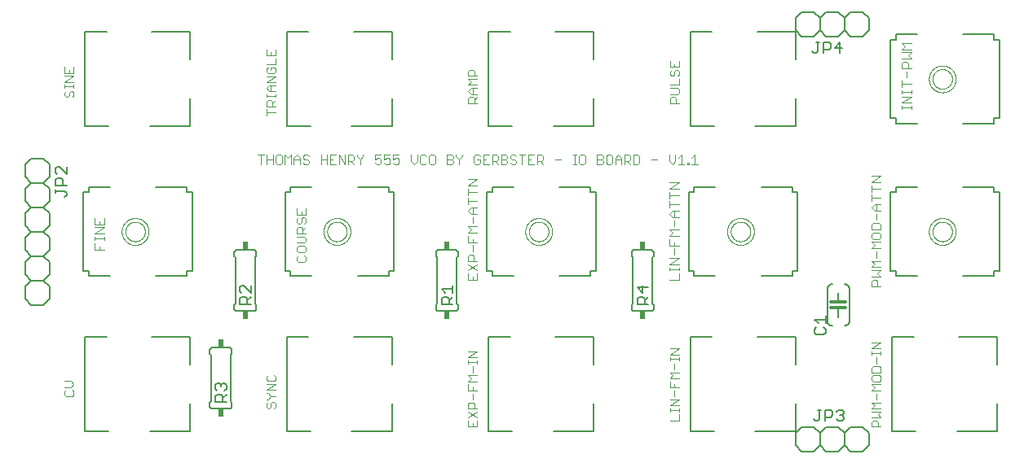
<source format=gto>
G04 EAGLE Gerber RS-274X export*
G75*
%MOMM*%
%FSLAX34Y34*%
%LPD*%
%INSilkscreen Top*%
%IPPOS*%
%AMOC8*
5,1,8,0,0,1.08239X$1,22.5*%
G01*
%ADD10C,0.076200*%
%ADD11C,0.050800*%
%ADD12C,0.203200*%
%ADD13C,0.127000*%
%ADD14C,0.152400*%
%ADD15C,0.304800*%
%ADD16R,0.609600X0.863600*%


D10*
X257516Y311531D02*
X257516Y320937D01*
X254381Y320937D02*
X260652Y320937D01*
X263736Y320937D02*
X263736Y311531D01*
X263736Y316234D02*
X270007Y316234D01*
X270007Y320937D02*
X270007Y311531D01*
X274659Y320937D02*
X277794Y320937D01*
X274659Y320937D02*
X273091Y319369D01*
X273091Y313099D01*
X274659Y311531D01*
X277794Y311531D01*
X279362Y313099D01*
X279362Y319369D01*
X277794Y320937D01*
X282447Y320937D02*
X282447Y311531D01*
X285582Y317802D02*
X282447Y320937D01*
X285582Y317802D02*
X288717Y320937D01*
X288717Y311531D01*
X291802Y311531D02*
X291802Y317802D01*
X294937Y320937D01*
X298072Y317802D01*
X298072Y311531D01*
X298072Y316234D02*
X291802Y316234D01*
X305860Y320937D02*
X307428Y319369D01*
X305860Y320937D02*
X302725Y320937D01*
X301157Y319369D01*
X301157Y317802D01*
X302725Y316234D01*
X305860Y316234D01*
X307428Y314666D01*
X307428Y313099D01*
X305860Y311531D01*
X302725Y311531D01*
X301157Y313099D01*
X319867Y311531D02*
X319867Y320937D01*
X319867Y316234D02*
X326138Y316234D01*
X326138Y320937D02*
X326138Y311531D01*
X329223Y320937D02*
X335493Y320937D01*
X329223Y320937D02*
X329223Y311531D01*
X335493Y311531D01*
X332358Y316234D02*
X329223Y316234D01*
X338578Y311531D02*
X338578Y320937D01*
X344848Y311531D01*
X344848Y320937D01*
X347933Y320937D02*
X347933Y311531D01*
X347933Y320937D02*
X352636Y320937D01*
X354204Y319369D01*
X354204Y316234D01*
X352636Y314666D01*
X347933Y314666D01*
X351068Y314666D02*
X354204Y311531D01*
X357288Y319369D02*
X357288Y320937D01*
X357288Y319369D02*
X360423Y316234D01*
X363559Y319369D01*
X363559Y320937D01*
X360423Y316234D02*
X360423Y311531D01*
X375998Y320937D02*
X382269Y320937D01*
X375998Y320937D02*
X375998Y316234D01*
X379134Y317802D01*
X380701Y317802D01*
X382269Y316234D01*
X382269Y313099D01*
X380701Y311531D01*
X377566Y311531D01*
X375998Y313099D01*
X385354Y320937D02*
X391624Y320937D01*
X385354Y320937D02*
X385354Y316234D01*
X388489Y317802D01*
X390057Y317802D01*
X391624Y316234D01*
X391624Y313099D01*
X390057Y311531D01*
X386921Y311531D01*
X385354Y313099D01*
X394709Y320937D02*
X400980Y320937D01*
X394709Y320937D02*
X394709Y316234D01*
X397844Y317802D01*
X399412Y317802D01*
X400980Y316234D01*
X400980Y313099D01*
X399412Y311531D01*
X396276Y311531D01*
X394709Y313099D01*
X413419Y314666D02*
X413419Y320937D01*
X413419Y314666D02*
X416555Y311531D01*
X419690Y314666D01*
X419690Y320937D01*
X427477Y320937D02*
X429045Y319369D01*
X427477Y320937D02*
X424342Y320937D01*
X422774Y319369D01*
X422774Y313099D01*
X424342Y311531D01*
X427477Y311531D01*
X429045Y313099D01*
X433697Y320937D02*
X436833Y320937D01*
X433697Y320937D02*
X432130Y319369D01*
X432130Y313099D01*
X433697Y311531D01*
X436833Y311531D01*
X438400Y313099D01*
X438400Y319369D01*
X436833Y320937D01*
X450840Y320937D02*
X450840Y311531D01*
X450840Y320937D02*
X455543Y320937D01*
X457111Y319369D01*
X457111Y317802D01*
X455543Y316234D01*
X457111Y314666D01*
X457111Y313099D01*
X455543Y311531D01*
X450840Y311531D01*
X450840Y316234D02*
X455543Y316234D01*
X460195Y319369D02*
X460195Y320937D01*
X460195Y319369D02*
X463330Y316234D01*
X466466Y319369D01*
X466466Y320937D01*
X463330Y316234D02*
X463330Y311531D01*
X483609Y320937D02*
X485176Y319369D01*
X483609Y320937D02*
X480473Y320937D01*
X478906Y319369D01*
X478906Y313099D01*
X480473Y311531D01*
X483609Y311531D01*
X485176Y313099D01*
X485176Y316234D01*
X482041Y316234D01*
X488261Y320937D02*
X494531Y320937D01*
X488261Y320937D02*
X488261Y311531D01*
X494531Y311531D01*
X491396Y316234D02*
X488261Y316234D01*
X497616Y311531D02*
X497616Y320937D01*
X502319Y320937D01*
X503887Y319369D01*
X503887Y316234D01*
X502319Y314666D01*
X497616Y314666D01*
X500751Y314666D02*
X503887Y311531D01*
X506971Y311531D02*
X506971Y320937D01*
X511674Y320937D01*
X513242Y319369D01*
X513242Y317802D01*
X511674Y316234D01*
X513242Y314666D01*
X513242Y313099D01*
X511674Y311531D01*
X506971Y311531D01*
X506971Y316234D02*
X511674Y316234D01*
X521029Y320937D02*
X522597Y319369D01*
X521029Y320937D02*
X517894Y320937D01*
X516326Y319369D01*
X516326Y317802D01*
X517894Y316234D01*
X521029Y316234D01*
X522597Y314666D01*
X522597Y313099D01*
X521029Y311531D01*
X517894Y311531D01*
X516326Y313099D01*
X528817Y311531D02*
X528817Y320937D01*
X531952Y320937D02*
X525681Y320937D01*
X535037Y320937D02*
X541307Y320937D01*
X535037Y320937D02*
X535037Y311531D01*
X541307Y311531D01*
X538172Y316234D02*
X535037Y316234D01*
X544392Y311531D02*
X544392Y320937D01*
X549095Y320937D01*
X550663Y319369D01*
X550663Y316234D01*
X549095Y314666D01*
X544392Y314666D01*
X547527Y314666D02*
X550663Y311531D01*
X563102Y316234D02*
X569373Y316234D01*
X581813Y311531D02*
X584948Y311531D01*
X583380Y311531D02*
X583380Y320937D01*
X581813Y320937D02*
X584948Y320937D01*
X589617Y320937D02*
X592752Y320937D01*
X589617Y320937D02*
X588049Y319369D01*
X588049Y313099D01*
X589617Y311531D01*
X592752Y311531D01*
X594320Y313099D01*
X594320Y319369D01*
X592752Y320937D01*
X606760Y320937D02*
X606760Y311531D01*
X606760Y320937D02*
X611463Y320937D01*
X613030Y319369D01*
X613030Y317802D01*
X611463Y316234D01*
X613030Y314666D01*
X613030Y313099D01*
X611463Y311531D01*
X606760Y311531D01*
X606760Y316234D02*
X611463Y316234D01*
X617683Y320937D02*
X620818Y320937D01*
X617683Y320937D02*
X616115Y319369D01*
X616115Y313099D01*
X617683Y311531D01*
X620818Y311531D01*
X622386Y313099D01*
X622386Y319369D01*
X620818Y320937D01*
X625470Y317802D02*
X625470Y311531D01*
X625470Y317802D02*
X628605Y320937D01*
X631741Y317802D01*
X631741Y311531D01*
X631741Y316234D02*
X625470Y316234D01*
X634825Y311531D02*
X634825Y320937D01*
X639528Y320937D01*
X641096Y319369D01*
X641096Y316234D01*
X639528Y314666D01*
X634825Y314666D01*
X637961Y314666D02*
X641096Y311531D01*
X644180Y311531D02*
X644180Y320937D01*
X644180Y311531D02*
X648883Y311531D01*
X650451Y313099D01*
X650451Y319369D01*
X648883Y320937D01*
X644180Y320937D01*
X662891Y316234D02*
X669162Y316234D01*
X681601Y314666D02*
X681601Y320937D01*
X681601Y314666D02*
X684737Y311531D01*
X687872Y314666D01*
X687872Y320937D01*
X690956Y317802D02*
X694092Y320937D01*
X694092Y311531D01*
X697227Y311531D02*
X690956Y311531D01*
X700312Y311531D02*
X700312Y313099D01*
X701879Y313099D01*
X701879Y311531D01*
X700312Y311531D01*
X704989Y317802D02*
X708125Y320937D01*
X708125Y311531D01*
X711260Y311531D02*
X704989Y311531D01*
D11*
X532130Y241300D02*
X532134Y241643D01*
X532147Y241985D01*
X532168Y242328D01*
X532197Y242669D01*
X532235Y243010D01*
X532281Y243350D01*
X532336Y243688D01*
X532398Y244025D01*
X532469Y244361D01*
X532549Y244694D01*
X532636Y245026D01*
X532732Y245355D01*
X532835Y245682D01*
X532947Y246006D01*
X533066Y246328D01*
X533193Y246646D01*
X533328Y246961D01*
X533471Y247273D01*
X533622Y247581D01*
X533780Y247885D01*
X533945Y248186D01*
X534118Y248482D01*
X534297Y248774D01*
X534484Y249061D01*
X534678Y249344D01*
X534879Y249622D01*
X535087Y249895D01*
X535301Y250162D01*
X535522Y250425D01*
X535749Y250682D01*
X535982Y250933D01*
X536222Y251178D01*
X536467Y251418D01*
X536718Y251651D01*
X536975Y251878D01*
X537238Y252099D01*
X537505Y252313D01*
X537778Y252521D01*
X538056Y252722D01*
X538339Y252916D01*
X538626Y253103D01*
X538918Y253282D01*
X539214Y253455D01*
X539515Y253620D01*
X539819Y253778D01*
X540127Y253929D01*
X540439Y254072D01*
X540754Y254207D01*
X541072Y254334D01*
X541394Y254453D01*
X541718Y254565D01*
X542045Y254668D01*
X542374Y254764D01*
X542706Y254851D01*
X543039Y254931D01*
X543375Y255002D01*
X543712Y255064D01*
X544050Y255119D01*
X544390Y255165D01*
X544731Y255203D01*
X545072Y255232D01*
X545415Y255253D01*
X545757Y255266D01*
X546100Y255270D01*
X546443Y255266D01*
X546785Y255253D01*
X547128Y255232D01*
X547469Y255203D01*
X547810Y255165D01*
X548150Y255119D01*
X548488Y255064D01*
X548825Y255002D01*
X549161Y254931D01*
X549494Y254851D01*
X549826Y254764D01*
X550155Y254668D01*
X550482Y254565D01*
X550806Y254453D01*
X551128Y254334D01*
X551446Y254207D01*
X551761Y254072D01*
X552073Y253929D01*
X552381Y253778D01*
X552685Y253620D01*
X552986Y253455D01*
X553282Y253282D01*
X553574Y253103D01*
X553861Y252916D01*
X554144Y252722D01*
X554422Y252521D01*
X554695Y252313D01*
X554962Y252099D01*
X555225Y251878D01*
X555482Y251651D01*
X555733Y251418D01*
X555978Y251178D01*
X556218Y250933D01*
X556451Y250682D01*
X556678Y250425D01*
X556899Y250162D01*
X557113Y249895D01*
X557321Y249622D01*
X557522Y249344D01*
X557716Y249061D01*
X557903Y248774D01*
X558082Y248482D01*
X558255Y248186D01*
X558420Y247885D01*
X558578Y247581D01*
X558729Y247273D01*
X558872Y246961D01*
X559007Y246646D01*
X559134Y246328D01*
X559253Y246006D01*
X559365Y245682D01*
X559468Y245355D01*
X559564Y245026D01*
X559651Y244694D01*
X559731Y244361D01*
X559802Y244025D01*
X559864Y243688D01*
X559919Y243350D01*
X559965Y243010D01*
X560003Y242669D01*
X560032Y242328D01*
X560053Y241985D01*
X560066Y241643D01*
X560070Y241300D01*
X560066Y240957D01*
X560053Y240615D01*
X560032Y240272D01*
X560003Y239931D01*
X559965Y239590D01*
X559919Y239250D01*
X559864Y238912D01*
X559802Y238575D01*
X559731Y238239D01*
X559651Y237906D01*
X559564Y237574D01*
X559468Y237245D01*
X559365Y236918D01*
X559253Y236594D01*
X559134Y236272D01*
X559007Y235954D01*
X558872Y235639D01*
X558729Y235327D01*
X558578Y235019D01*
X558420Y234715D01*
X558255Y234414D01*
X558082Y234118D01*
X557903Y233826D01*
X557716Y233539D01*
X557522Y233256D01*
X557321Y232978D01*
X557113Y232705D01*
X556899Y232438D01*
X556678Y232175D01*
X556451Y231918D01*
X556218Y231667D01*
X555978Y231422D01*
X555733Y231182D01*
X555482Y230949D01*
X555225Y230722D01*
X554962Y230501D01*
X554695Y230287D01*
X554422Y230079D01*
X554144Y229878D01*
X553861Y229684D01*
X553574Y229497D01*
X553282Y229318D01*
X552986Y229145D01*
X552685Y228980D01*
X552381Y228822D01*
X552073Y228671D01*
X551761Y228528D01*
X551446Y228393D01*
X551128Y228266D01*
X550806Y228147D01*
X550482Y228035D01*
X550155Y227932D01*
X549826Y227836D01*
X549494Y227749D01*
X549161Y227669D01*
X548825Y227598D01*
X548488Y227536D01*
X548150Y227481D01*
X547810Y227435D01*
X547469Y227397D01*
X547128Y227368D01*
X546785Y227347D01*
X546443Y227334D01*
X546100Y227330D01*
X545757Y227334D01*
X545415Y227347D01*
X545072Y227368D01*
X544731Y227397D01*
X544390Y227435D01*
X544050Y227481D01*
X543712Y227536D01*
X543375Y227598D01*
X543039Y227669D01*
X542706Y227749D01*
X542374Y227836D01*
X542045Y227932D01*
X541718Y228035D01*
X541394Y228147D01*
X541072Y228266D01*
X540754Y228393D01*
X540439Y228528D01*
X540127Y228671D01*
X539819Y228822D01*
X539515Y228980D01*
X539214Y229145D01*
X538918Y229318D01*
X538626Y229497D01*
X538339Y229684D01*
X538056Y229878D01*
X537778Y230079D01*
X537505Y230287D01*
X537238Y230501D01*
X536975Y230722D01*
X536718Y230949D01*
X536467Y231182D01*
X536222Y231422D01*
X535982Y231667D01*
X535749Y231918D01*
X535522Y232175D01*
X535301Y232438D01*
X535087Y232705D01*
X534879Y232978D01*
X534678Y233256D01*
X534484Y233539D01*
X534297Y233826D01*
X534118Y234118D01*
X533945Y234414D01*
X533780Y234715D01*
X533622Y235019D01*
X533471Y235327D01*
X533328Y235639D01*
X533193Y235954D01*
X533066Y236272D01*
X532947Y236594D01*
X532835Y236918D01*
X532732Y237245D01*
X532636Y237574D01*
X532549Y237906D01*
X532469Y238239D01*
X532398Y238575D01*
X532336Y238912D01*
X532281Y239250D01*
X532235Y239590D01*
X532197Y239931D01*
X532168Y240272D01*
X532147Y240615D01*
X532134Y240957D01*
X532130Y241300D01*
X535940Y241300D02*
X535943Y241549D01*
X535952Y241799D01*
X535968Y242047D01*
X535989Y242296D01*
X536016Y242544D01*
X536050Y242791D01*
X536090Y243037D01*
X536135Y243282D01*
X536187Y243526D01*
X536244Y243769D01*
X536308Y244010D01*
X536377Y244249D01*
X536453Y244487D01*
X536534Y244723D01*
X536621Y244957D01*
X536713Y245188D01*
X536812Y245417D01*
X536915Y245644D01*
X537025Y245868D01*
X537140Y246089D01*
X537260Y246308D01*
X537385Y246523D01*
X537516Y246736D01*
X537652Y246945D01*
X537793Y247150D01*
X537939Y247352D01*
X538090Y247551D01*
X538246Y247745D01*
X538407Y247936D01*
X538572Y248123D01*
X538742Y248306D01*
X538916Y248484D01*
X539094Y248658D01*
X539277Y248828D01*
X539464Y248993D01*
X539655Y249154D01*
X539849Y249310D01*
X540048Y249461D01*
X540250Y249607D01*
X540455Y249748D01*
X540664Y249884D01*
X540877Y250015D01*
X541092Y250140D01*
X541311Y250260D01*
X541532Y250375D01*
X541756Y250485D01*
X541983Y250588D01*
X542212Y250687D01*
X542443Y250779D01*
X542677Y250866D01*
X542913Y250947D01*
X543151Y251023D01*
X543390Y251092D01*
X543631Y251156D01*
X543874Y251213D01*
X544118Y251265D01*
X544363Y251310D01*
X544609Y251350D01*
X544856Y251384D01*
X545104Y251411D01*
X545353Y251432D01*
X545601Y251448D01*
X545851Y251457D01*
X546100Y251460D01*
X546349Y251457D01*
X546599Y251448D01*
X546847Y251432D01*
X547096Y251411D01*
X547344Y251384D01*
X547591Y251350D01*
X547837Y251310D01*
X548082Y251265D01*
X548326Y251213D01*
X548569Y251156D01*
X548810Y251092D01*
X549049Y251023D01*
X549287Y250947D01*
X549523Y250866D01*
X549757Y250779D01*
X549988Y250687D01*
X550217Y250588D01*
X550444Y250485D01*
X550668Y250375D01*
X550889Y250260D01*
X551108Y250140D01*
X551323Y250015D01*
X551536Y249884D01*
X551745Y249748D01*
X551950Y249607D01*
X552152Y249461D01*
X552351Y249310D01*
X552545Y249154D01*
X552736Y248993D01*
X552923Y248828D01*
X553106Y248658D01*
X553284Y248484D01*
X553458Y248306D01*
X553628Y248123D01*
X553793Y247936D01*
X553954Y247745D01*
X554110Y247551D01*
X554261Y247352D01*
X554407Y247150D01*
X554548Y246945D01*
X554684Y246736D01*
X554815Y246523D01*
X554940Y246308D01*
X555060Y246089D01*
X555175Y245868D01*
X555285Y245644D01*
X555388Y245417D01*
X555487Y245188D01*
X555579Y244957D01*
X555666Y244723D01*
X555747Y244487D01*
X555823Y244249D01*
X555892Y244010D01*
X555956Y243769D01*
X556013Y243526D01*
X556065Y243282D01*
X556110Y243037D01*
X556150Y242791D01*
X556184Y242544D01*
X556211Y242296D01*
X556232Y242047D01*
X556248Y241799D01*
X556257Y241549D01*
X556260Y241300D01*
X556257Y241051D01*
X556248Y240801D01*
X556232Y240553D01*
X556211Y240304D01*
X556184Y240056D01*
X556150Y239809D01*
X556110Y239563D01*
X556065Y239318D01*
X556013Y239074D01*
X555956Y238831D01*
X555892Y238590D01*
X555823Y238351D01*
X555747Y238113D01*
X555666Y237877D01*
X555579Y237643D01*
X555487Y237412D01*
X555388Y237183D01*
X555285Y236956D01*
X555175Y236732D01*
X555060Y236511D01*
X554940Y236292D01*
X554815Y236077D01*
X554684Y235864D01*
X554548Y235655D01*
X554407Y235450D01*
X554261Y235248D01*
X554110Y235049D01*
X553954Y234855D01*
X553793Y234664D01*
X553628Y234477D01*
X553458Y234294D01*
X553284Y234116D01*
X553106Y233942D01*
X552923Y233772D01*
X552736Y233607D01*
X552545Y233446D01*
X552351Y233290D01*
X552152Y233139D01*
X551950Y232993D01*
X551745Y232852D01*
X551536Y232716D01*
X551323Y232585D01*
X551108Y232460D01*
X550889Y232340D01*
X550668Y232225D01*
X550444Y232115D01*
X550217Y232012D01*
X549988Y231913D01*
X549757Y231821D01*
X549523Y231734D01*
X549287Y231653D01*
X549049Y231577D01*
X548810Y231508D01*
X548569Y231444D01*
X548326Y231387D01*
X548082Y231335D01*
X547837Y231290D01*
X547591Y231250D01*
X547344Y231216D01*
X547096Y231189D01*
X546847Y231168D01*
X546599Y231152D01*
X546349Y231143D01*
X546100Y231140D01*
X545851Y231143D01*
X545601Y231152D01*
X545353Y231168D01*
X545104Y231189D01*
X544856Y231216D01*
X544609Y231250D01*
X544363Y231290D01*
X544118Y231335D01*
X543874Y231387D01*
X543631Y231444D01*
X543390Y231508D01*
X543151Y231577D01*
X542913Y231653D01*
X542677Y231734D01*
X542443Y231821D01*
X542212Y231913D01*
X541983Y232012D01*
X541756Y232115D01*
X541532Y232225D01*
X541311Y232340D01*
X541092Y232460D01*
X540877Y232585D01*
X540664Y232716D01*
X540455Y232852D01*
X540250Y232993D01*
X540048Y233139D01*
X539849Y233290D01*
X539655Y233446D01*
X539464Y233607D01*
X539277Y233772D01*
X539094Y233942D01*
X538916Y234116D01*
X538742Y234294D01*
X538572Y234477D01*
X538407Y234664D01*
X538246Y234855D01*
X538090Y235049D01*
X537939Y235248D01*
X537793Y235450D01*
X537652Y235655D01*
X537516Y235864D01*
X537385Y236077D01*
X537260Y236292D01*
X537140Y236511D01*
X537025Y236732D01*
X536915Y236956D01*
X536812Y237183D01*
X536713Y237412D01*
X536621Y237643D01*
X536534Y237877D01*
X536453Y238113D01*
X536377Y238351D01*
X536308Y238590D01*
X536244Y238831D01*
X536187Y239074D01*
X536135Y239318D01*
X536090Y239563D01*
X536050Y239809D01*
X536016Y240056D01*
X535989Y240304D01*
X535968Y240553D01*
X535952Y240801D01*
X535943Y241051D01*
X535940Y241300D01*
D12*
X492100Y200300D02*
X492100Y282300D01*
X605100Y282300D02*
X605100Y200300D01*
X497600Y200300D02*
X497600Y194800D01*
X497600Y200300D02*
X492100Y200300D01*
X599600Y200300D02*
X605100Y200300D01*
X599600Y200300D02*
X599600Y194800D01*
X599600Y282300D02*
X599600Y287800D01*
X599600Y282300D02*
X605100Y282300D01*
X497600Y282300D02*
X492100Y282300D01*
X497600Y282300D02*
X497600Y287800D01*
X497600Y194800D02*
X519600Y194800D01*
X567600Y194800D02*
X599600Y194800D01*
X519600Y287800D02*
X497600Y287800D01*
X567600Y287800D02*
X599600Y287800D01*
D10*
X472305Y197491D02*
X472305Y190881D01*
X482219Y190881D01*
X482219Y197491D01*
X477262Y194186D02*
X477262Y190881D01*
X472305Y200704D02*
X482219Y207314D01*
X482219Y200704D02*
X472305Y207314D01*
X472305Y210527D02*
X482219Y210527D01*
X472305Y210527D02*
X472305Y215484D01*
X473957Y217137D01*
X477262Y217137D01*
X478914Y215484D01*
X478914Y210527D01*
X477262Y220350D02*
X477262Y226959D01*
X482219Y230173D02*
X472305Y230173D01*
X472305Y236782D01*
X477262Y233478D02*
X477262Y230173D01*
X482219Y239996D02*
X472305Y239996D01*
X475609Y243301D01*
X472305Y246605D01*
X482219Y246605D01*
X477262Y249819D02*
X477262Y256428D01*
X475609Y259642D02*
X482219Y259642D01*
X475609Y259642D02*
X472305Y262946D01*
X475609Y266251D01*
X482219Y266251D01*
X477262Y266251D02*
X477262Y259642D01*
X482219Y272769D02*
X472305Y272769D01*
X472305Y269465D02*
X472305Y276074D01*
X472305Y282592D02*
X482219Y282592D01*
X472305Y279287D02*
X472305Y285897D01*
X472305Y289110D02*
X482219Y289110D01*
X482219Y295720D02*
X472305Y289110D01*
X472305Y295720D02*
X482219Y295720D01*
D11*
X322580Y241300D02*
X322584Y241643D01*
X322597Y241985D01*
X322618Y242328D01*
X322647Y242669D01*
X322685Y243010D01*
X322731Y243350D01*
X322786Y243688D01*
X322848Y244025D01*
X322919Y244361D01*
X322999Y244694D01*
X323086Y245026D01*
X323182Y245355D01*
X323285Y245682D01*
X323397Y246006D01*
X323516Y246328D01*
X323643Y246646D01*
X323778Y246961D01*
X323921Y247273D01*
X324072Y247581D01*
X324230Y247885D01*
X324395Y248186D01*
X324568Y248482D01*
X324747Y248774D01*
X324934Y249061D01*
X325128Y249344D01*
X325329Y249622D01*
X325537Y249895D01*
X325751Y250162D01*
X325972Y250425D01*
X326199Y250682D01*
X326432Y250933D01*
X326672Y251178D01*
X326917Y251418D01*
X327168Y251651D01*
X327425Y251878D01*
X327688Y252099D01*
X327955Y252313D01*
X328228Y252521D01*
X328506Y252722D01*
X328789Y252916D01*
X329076Y253103D01*
X329368Y253282D01*
X329664Y253455D01*
X329965Y253620D01*
X330269Y253778D01*
X330577Y253929D01*
X330889Y254072D01*
X331204Y254207D01*
X331522Y254334D01*
X331844Y254453D01*
X332168Y254565D01*
X332495Y254668D01*
X332824Y254764D01*
X333156Y254851D01*
X333489Y254931D01*
X333825Y255002D01*
X334162Y255064D01*
X334500Y255119D01*
X334840Y255165D01*
X335181Y255203D01*
X335522Y255232D01*
X335865Y255253D01*
X336207Y255266D01*
X336550Y255270D01*
X336893Y255266D01*
X337235Y255253D01*
X337578Y255232D01*
X337919Y255203D01*
X338260Y255165D01*
X338600Y255119D01*
X338938Y255064D01*
X339275Y255002D01*
X339611Y254931D01*
X339944Y254851D01*
X340276Y254764D01*
X340605Y254668D01*
X340932Y254565D01*
X341256Y254453D01*
X341578Y254334D01*
X341896Y254207D01*
X342211Y254072D01*
X342523Y253929D01*
X342831Y253778D01*
X343135Y253620D01*
X343436Y253455D01*
X343732Y253282D01*
X344024Y253103D01*
X344311Y252916D01*
X344594Y252722D01*
X344872Y252521D01*
X345145Y252313D01*
X345412Y252099D01*
X345675Y251878D01*
X345932Y251651D01*
X346183Y251418D01*
X346428Y251178D01*
X346668Y250933D01*
X346901Y250682D01*
X347128Y250425D01*
X347349Y250162D01*
X347563Y249895D01*
X347771Y249622D01*
X347972Y249344D01*
X348166Y249061D01*
X348353Y248774D01*
X348532Y248482D01*
X348705Y248186D01*
X348870Y247885D01*
X349028Y247581D01*
X349179Y247273D01*
X349322Y246961D01*
X349457Y246646D01*
X349584Y246328D01*
X349703Y246006D01*
X349815Y245682D01*
X349918Y245355D01*
X350014Y245026D01*
X350101Y244694D01*
X350181Y244361D01*
X350252Y244025D01*
X350314Y243688D01*
X350369Y243350D01*
X350415Y243010D01*
X350453Y242669D01*
X350482Y242328D01*
X350503Y241985D01*
X350516Y241643D01*
X350520Y241300D01*
X350516Y240957D01*
X350503Y240615D01*
X350482Y240272D01*
X350453Y239931D01*
X350415Y239590D01*
X350369Y239250D01*
X350314Y238912D01*
X350252Y238575D01*
X350181Y238239D01*
X350101Y237906D01*
X350014Y237574D01*
X349918Y237245D01*
X349815Y236918D01*
X349703Y236594D01*
X349584Y236272D01*
X349457Y235954D01*
X349322Y235639D01*
X349179Y235327D01*
X349028Y235019D01*
X348870Y234715D01*
X348705Y234414D01*
X348532Y234118D01*
X348353Y233826D01*
X348166Y233539D01*
X347972Y233256D01*
X347771Y232978D01*
X347563Y232705D01*
X347349Y232438D01*
X347128Y232175D01*
X346901Y231918D01*
X346668Y231667D01*
X346428Y231422D01*
X346183Y231182D01*
X345932Y230949D01*
X345675Y230722D01*
X345412Y230501D01*
X345145Y230287D01*
X344872Y230079D01*
X344594Y229878D01*
X344311Y229684D01*
X344024Y229497D01*
X343732Y229318D01*
X343436Y229145D01*
X343135Y228980D01*
X342831Y228822D01*
X342523Y228671D01*
X342211Y228528D01*
X341896Y228393D01*
X341578Y228266D01*
X341256Y228147D01*
X340932Y228035D01*
X340605Y227932D01*
X340276Y227836D01*
X339944Y227749D01*
X339611Y227669D01*
X339275Y227598D01*
X338938Y227536D01*
X338600Y227481D01*
X338260Y227435D01*
X337919Y227397D01*
X337578Y227368D01*
X337235Y227347D01*
X336893Y227334D01*
X336550Y227330D01*
X336207Y227334D01*
X335865Y227347D01*
X335522Y227368D01*
X335181Y227397D01*
X334840Y227435D01*
X334500Y227481D01*
X334162Y227536D01*
X333825Y227598D01*
X333489Y227669D01*
X333156Y227749D01*
X332824Y227836D01*
X332495Y227932D01*
X332168Y228035D01*
X331844Y228147D01*
X331522Y228266D01*
X331204Y228393D01*
X330889Y228528D01*
X330577Y228671D01*
X330269Y228822D01*
X329965Y228980D01*
X329664Y229145D01*
X329368Y229318D01*
X329076Y229497D01*
X328789Y229684D01*
X328506Y229878D01*
X328228Y230079D01*
X327955Y230287D01*
X327688Y230501D01*
X327425Y230722D01*
X327168Y230949D01*
X326917Y231182D01*
X326672Y231422D01*
X326432Y231667D01*
X326199Y231918D01*
X325972Y232175D01*
X325751Y232438D01*
X325537Y232705D01*
X325329Y232978D01*
X325128Y233256D01*
X324934Y233539D01*
X324747Y233826D01*
X324568Y234118D01*
X324395Y234414D01*
X324230Y234715D01*
X324072Y235019D01*
X323921Y235327D01*
X323778Y235639D01*
X323643Y235954D01*
X323516Y236272D01*
X323397Y236594D01*
X323285Y236918D01*
X323182Y237245D01*
X323086Y237574D01*
X322999Y237906D01*
X322919Y238239D01*
X322848Y238575D01*
X322786Y238912D01*
X322731Y239250D01*
X322685Y239590D01*
X322647Y239931D01*
X322618Y240272D01*
X322597Y240615D01*
X322584Y240957D01*
X322580Y241300D01*
X326390Y241300D02*
X326393Y241549D01*
X326402Y241799D01*
X326418Y242047D01*
X326439Y242296D01*
X326466Y242544D01*
X326500Y242791D01*
X326540Y243037D01*
X326585Y243282D01*
X326637Y243526D01*
X326694Y243769D01*
X326758Y244010D01*
X326827Y244249D01*
X326903Y244487D01*
X326984Y244723D01*
X327071Y244957D01*
X327163Y245188D01*
X327262Y245417D01*
X327365Y245644D01*
X327475Y245868D01*
X327590Y246089D01*
X327710Y246308D01*
X327835Y246523D01*
X327966Y246736D01*
X328102Y246945D01*
X328243Y247150D01*
X328389Y247352D01*
X328540Y247551D01*
X328696Y247745D01*
X328857Y247936D01*
X329022Y248123D01*
X329192Y248306D01*
X329366Y248484D01*
X329544Y248658D01*
X329727Y248828D01*
X329914Y248993D01*
X330105Y249154D01*
X330299Y249310D01*
X330498Y249461D01*
X330700Y249607D01*
X330905Y249748D01*
X331114Y249884D01*
X331327Y250015D01*
X331542Y250140D01*
X331761Y250260D01*
X331982Y250375D01*
X332206Y250485D01*
X332433Y250588D01*
X332662Y250687D01*
X332893Y250779D01*
X333127Y250866D01*
X333363Y250947D01*
X333601Y251023D01*
X333840Y251092D01*
X334081Y251156D01*
X334324Y251213D01*
X334568Y251265D01*
X334813Y251310D01*
X335059Y251350D01*
X335306Y251384D01*
X335554Y251411D01*
X335803Y251432D01*
X336051Y251448D01*
X336301Y251457D01*
X336550Y251460D01*
X336799Y251457D01*
X337049Y251448D01*
X337297Y251432D01*
X337546Y251411D01*
X337794Y251384D01*
X338041Y251350D01*
X338287Y251310D01*
X338532Y251265D01*
X338776Y251213D01*
X339019Y251156D01*
X339260Y251092D01*
X339499Y251023D01*
X339737Y250947D01*
X339973Y250866D01*
X340207Y250779D01*
X340438Y250687D01*
X340667Y250588D01*
X340894Y250485D01*
X341118Y250375D01*
X341339Y250260D01*
X341558Y250140D01*
X341773Y250015D01*
X341986Y249884D01*
X342195Y249748D01*
X342400Y249607D01*
X342602Y249461D01*
X342801Y249310D01*
X342995Y249154D01*
X343186Y248993D01*
X343373Y248828D01*
X343556Y248658D01*
X343734Y248484D01*
X343908Y248306D01*
X344078Y248123D01*
X344243Y247936D01*
X344404Y247745D01*
X344560Y247551D01*
X344711Y247352D01*
X344857Y247150D01*
X344998Y246945D01*
X345134Y246736D01*
X345265Y246523D01*
X345390Y246308D01*
X345510Y246089D01*
X345625Y245868D01*
X345735Y245644D01*
X345838Y245417D01*
X345937Y245188D01*
X346029Y244957D01*
X346116Y244723D01*
X346197Y244487D01*
X346273Y244249D01*
X346342Y244010D01*
X346406Y243769D01*
X346463Y243526D01*
X346515Y243282D01*
X346560Y243037D01*
X346600Y242791D01*
X346634Y242544D01*
X346661Y242296D01*
X346682Y242047D01*
X346698Y241799D01*
X346707Y241549D01*
X346710Y241300D01*
X346707Y241051D01*
X346698Y240801D01*
X346682Y240553D01*
X346661Y240304D01*
X346634Y240056D01*
X346600Y239809D01*
X346560Y239563D01*
X346515Y239318D01*
X346463Y239074D01*
X346406Y238831D01*
X346342Y238590D01*
X346273Y238351D01*
X346197Y238113D01*
X346116Y237877D01*
X346029Y237643D01*
X345937Y237412D01*
X345838Y237183D01*
X345735Y236956D01*
X345625Y236732D01*
X345510Y236511D01*
X345390Y236292D01*
X345265Y236077D01*
X345134Y235864D01*
X344998Y235655D01*
X344857Y235450D01*
X344711Y235248D01*
X344560Y235049D01*
X344404Y234855D01*
X344243Y234664D01*
X344078Y234477D01*
X343908Y234294D01*
X343734Y234116D01*
X343556Y233942D01*
X343373Y233772D01*
X343186Y233607D01*
X342995Y233446D01*
X342801Y233290D01*
X342602Y233139D01*
X342400Y232993D01*
X342195Y232852D01*
X341986Y232716D01*
X341773Y232585D01*
X341558Y232460D01*
X341339Y232340D01*
X341118Y232225D01*
X340894Y232115D01*
X340667Y232012D01*
X340438Y231913D01*
X340207Y231821D01*
X339973Y231734D01*
X339737Y231653D01*
X339499Y231577D01*
X339260Y231508D01*
X339019Y231444D01*
X338776Y231387D01*
X338532Y231335D01*
X338287Y231290D01*
X338041Y231250D01*
X337794Y231216D01*
X337546Y231189D01*
X337297Y231168D01*
X337049Y231152D01*
X336799Y231143D01*
X336550Y231140D01*
X336301Y231143D01*
X336051Y231152D01*
X335803Y231168D01*
X335554Y231189D01*
X335306Y231216D01*
X335059Y231250D01*
X334813Y231290D01*
X334568Y231335D01*
X334324Y231387D01*
X334081Y231444D01*
X333840Y231508D01*
X333601Y231577D01*
X333363Y231653D01*
X333127Y231734D01*
X332893Y231821D01*
X332662Y231913D01*
X332433Y232012D01*
X332206Y232115D01*
X331982Y232225D01*
X331761Y232340D01*
X331542Y232460D01*
X331327Y232585D01*
X331114Y232716D01*
X330905Y232852D01*
X330700Y232993D01*
X330498Y233139D01*
X330299Y233290D01*
X330105Y233446D01*
X329914Y233607D01*
X329727Y233772D01*
X329544Y233942D01*
X329366Y234116D01*
X329192Y234294D01*
X329022Y234477D01*
X328857Y234664D01*
X328696Y234855D01*
X328540Y235049D01*
X328389Y235248D01*
X328243Y235450D01*
X328102Y235655D01*
X327966Y235864D01*
X327835Y236077D01*
X327710Y236292D01*
X327590Y236511D01*
X327475Y236732D01*
X327365Y236956D01*
X327262Y237183D01*
X327163Y237412D01*
X327071Y237643D01*
X326984Y237877D01*
X326903Y238113D01*
X326827Y238351D01*
X326758Y238590D01*
X326694Y238831D01*
X326637Y239074D01*
X326585Y239318D01*
X326540Y239563D01*
X326500Y239809D01*
X326466Y240056D01*
X326439Y240304D01*
X326418Y240553D01*
X326402Y240801D01*
X326393Y241051D01*
X326390Y241300D01*
D12*
X282550Y200300D02*
X282550Y282300D01*
X395550Y282300D02*
X395550Y200300D01*
X288050Y200300D02*
X288050Y194800D01*
X288050Y200300D02*
X282550Y200300D01*
X390050Y200300D02*
X395550Y200300D01*
X390050Y200300D02*
X390050Y194800D01*
X390050Y282300D02*
X390050Y287800D01*
X390050Y282300D02*
X395550Y282300D01*
X288050Y282300D02*
X282550Y282300D01*
X288050Y282300D02*
X288050Y287800D01*
X288050Y194800D02*
X310050Y194800D01*
X358050Y194800D02*
X390050Y194800D01*
X310050Y287800D02*
X288050Y287800D01*
X358050Y287800D02*
X390050Y287800D01*
D10*
X296157Y216541D02*
X294505Y214888D01*
X294505Y211583D01*
X296157Y209931D01*
X302767Y209931D01*
X304419Y211583D01*
X304419Y214888D01*
X302767Y216541D01*
X294505Y221406D02*
X294505Y224711D01*
X294505Y221406D02*
X296157Y219754D01*
X302767Y219754D01*
X304419Y221406D01*
X304419Y224711D01*
X302767Y226364D01*
X296157Y226364D01*
X294505Y224711D01*
X294505Y229577D02*
X302767Y229577D01*
X304419Y231229D01*
X304419Y234534D01*
X302767Y236187D01*
X294505Y236187D01*
X294505Y239400D02*
X304419Y239400D01*
X294505Y239400D02*
X294505Y244357D01*
X296157Y246009D01*
X299462Y246009D01*
X301114Y244357D01*
X301114Y239400D01*
X301114Y242705D02*
X304419Y246009D01*
X296157Y255832D02*
X294505Y254180D01*
X294505Y250875D01*
X296157Y249223D01*
X297809Y249223D01*
X299462Y250875D01*
X299462Y254180D01*
X301114Y255832D01*
X302767Y255832D01*
X304419Y254180D01*
X304419Y250875D01*
X302767Y249223D01*
X294505Y259046D02*
X294505Y265655D01*
X294505Y259046D02*
X304419Y259046D01*
X304419Y265655D01*
X299462Y262351D02*
X299462Y259046D01*
D11*
X741680Y241300D02*
X741684Y241643D01*
X741697Y241985D01*
X741718Y242328D01*
X741747Y242669D01*
X741785Y243010D01*
X741831Y243350D01*
X741886Y243688D01*
X741948Y244025D01*
X742019Y244361D01*
X742099Y244694D01*
X742186Y245026D01*
X742282Y245355D01*
X742385Y245682D01*
X742497Y246006D01*
X742616Y246328D01*
X742743Y246646D01*
X742878Y246961D01*
X743021Y247273D01*
X743172Y247581D01*
X743330Y247885D01*
X743495Y248186D01*
X743668Y248482D01*
X743847Y248774D01*
X744034Y249061D01*
X744228Y249344D01*
X744429Y249622D01*
X744637Y249895D01*
X744851Y250162D01*
X745072Y250425D01*
X745299Y250682D01*
X745532Y250933D01*
X745772Y251178D01*
X746017Y251418D01*
X746268Y251651D01*
X746525Y251878D01*
X746788Y252099D01*
X747055Y252313D01*
X747328Y252521D01*
X747606Y252722D01*
X747889Y252916D01*
X748176Y253103D01*
X748468Y253282D01*
X748764Y253455D01*
X749065Y253620D01*
X749369Y253778D01*
X749677Y253929D01*
X749989Y254072D01*
X750304Y254207D01*
X750622Y254334D01*
X750944Y254453D01*
X751268Y254565D01*
X751595Y254668D01*
X751924Y254764D01*
X752256Y254851D01*
X752589Y254931D01*
X752925Y255002D01*
X753262Y255064D01*
X753600Y255119D01*
X753940Y255165D01*
X754281Y255203D01*
X754622Y255232D01*
X754965Y255253D01*
X755307Y255266D01*
X755650Y255270D01*
X755993Y255266D01*
X756335Y255253D01*
X756678Y255232D01*
X757019Y255203D01*
X757360Y255165D01*
X757700Y255119D01*
X758038Y255064D01*
X758375Y255002D01*
X758711Y254931D01*
X759044Y254851D01*
X759376Y254764D01*
X759705Y254668D01*
X760032Y254565D01*
X760356Y254453D01*
X760678Y254334D01*
X760996Y254207D01*
X761311Y254072D01*
X761623Y253929D01*
X761931Y253778D01*
X762235Y253620D01*
X762536Y253455D01*
X762832Y253282D01*
X763124Y253103D01*
X763411Y252916D01*
X763694Y252722D01*
X763972Y252521D01*
X764245Y252313D01*
X764512Y252099D01*
X764775Y251878D01*
X765032Y251651D01*
X765283Y251418D01*
X765528Y251178D01*
X765768Y250933D01*
X766001Y250682D01*
X766228Y250425D01*
X766449Y250162D01*
X766663Y249895D01*
X766871Y249622D01*
X767072Y249344D01*
X767266Y249061D01*
X767453Y248774D01*
X767632Y248482D01*
X767805Y248186D01*
X767970Y247885D01*
X768128Y247581D01*
X768279Y247273D01*
X768422Y246961D01*
X768557Y246646D01*
X768684Y246328D01*
X768803Y246006D01*
X768915Y245682D01*
X769018Y245355D01*
X769114Y245026D01*
X769201Y244694D01*
X769281Y244361D01*
X769352Y244025D01*
X769414Y243688D01*
X769469Y243350D01*
X769515Y243010D01*
X769553Y242669D01*
X769582Y242328D01*
X769603Y241985D01*
X769616Y241643D01*
X769620Y241300D01*
X769616Y240957D01*
X769603Y240615D01*
X769582Y240272D01*
X769553Y239931D01*
X769515Y239590D01*
X769469Y239250D01*
X769414Y238912D01*
X769352Y238575D01*
X769281Y238239D01*
X769201Y237906D01*
X769114Y237574D01*
X769018Y237245D01*
X768915Y236918D01*
X768803Y236594D01*
X768684Y236272D01*
X768557Y235954D01*
X768422Y235639D01*
X768279Y235327D01*
X768128Y235019D01*
X767970Y234715D01*
X767805Y234414D01*
X767632Y234118D01*
X767453Y233826D01*
X767266Y233539D01*
X767072Y233256D01*
X766871Y232978D01*
X766663Y232705D01*
X766449Y232438D01*
X766228Y232175D01*
X766001Y231918D01*
X765768Y231667D01*
X765528Y231422D01*
X765283Y231182D01*
X765032Y230949D01*
X764775Y230722D01*
X764512Y230501D01*
X764245Y230287D01*
X763972Y230079D01*
X763694Y229878D01*
X763411Y229684D01*
X763124Y229497D01*
X762832Y229318D01*
X762536Y229145D01*
X762235Y228980D01*
X761931Y228822D01*
X761623Y228671D01*
X761311Y228528D01*
X760996Y228393D01*
X760678Y228266D01*
X760356Y228147D01*
X760032Y228035D01*
X759705Y227932D01*
X759376Y227836D01*
X759044Y227749D01*
X758711Y227669D01*
X758375Y227598D01*
X758038Y227536D01*
X757700Y227481D01*
X757360Y227435D01*
X757019Y227397D01*
X756678Y227368D01*
X756335Y227347D01*
X755993Y227334D01*
X755650Y227330D01*
X755307Y227334D01*
X754965Y227347D01*
X754622Y227368D01*
X754281Y227397D01*
X753940Y227435D01*
X753600Y227481D01*
X753262Y227536D01*
X752925Y227598D01*
X752589Y227669D01*
X752256Y227749D01*
X751924Y227836D01*
X751595Y227932D01*
X751268Y228035D01*
X750944Y228147D01*
X750622Y228266D01*
X750304Y228393D01*
X749989Y228528D01*
X749677Y228671D01*
X749369Y228822D01*
X749065Y228980D01*
X748764Y229145D01*
X748468Y229318D01*
X748176Y229497D01*
X747889Y229684D01*
X747606Y229878D01*
X747328Y230079D01*
X747055Y230287D01*
X746788Y230501D01*
X746525Y230722D01*
X746268Y230949D01*
X746017Y231182D01*
X745772Y231422D01*
X745532Y231667D01*
X745299Y231918D01*
X745072Y232175D01*
X744851Y232438D01*
X744637Y232705D01*
X744429Y232978D01*
X744228Y233256D01*
X744034Y233539D01*
X743847Y233826D01*
X743668Y234118D01*
X743495Y234414D01*
X743330Y234715D01*
X743172Y235019D01*
X743021Y235327D01*
X742878Y235639D01*
X742743Y235954D01*
X742616Y236272D01*
X742497Y236594D01*
X742385Y236918D01*
X742282Y237245D01*
X742186Y237574D01*
X742099Y237906D01*
X742019Y238239D01*
X741948Y238575D01*
X741886Y238912D01*
X741831Y239250D01*
X741785Y239590D01*
X741747Y239931D01*
X741718Y240272D01*
X741697Y240615D01*
X741684Y240957D01*
X741680Y241300D01*
X745490Y241300D02*
X745493Y241549D01*
X745502Y241799D01*
X745518Y242047D01*
X745539Y242296D01*
X745566Y242544D01*
X745600Y242791D01*
X745640Y243037D01*
X745685Y243282D01*
X745737Y243526D01*
X745794Y243769D01*
X745858Y244010D01*
X745927Y244249D01*
X746003Y244487D01*
X746084Y244723D01*
X746171Y244957D01*
X746263Y245188D01*
X746362Y245417D01*
X746465Y245644D01*
X746575Y245868D01*
X746690Y246089D01*
X746810Y246308D01*
X746935Y246523D01*
X747066Y246736D01*
X747202Y246945D01*
X747343Y247150D01*
X747489Y247352D01*
X747640Y247551D01*
X747796Y247745D01*
X747957Y247936D01*
X748122Y248123D01*
X748292Y248306D01*
X748466Y248484D01*
X748644Y248658D01*
X748827Y248828D01*
X749014Y248993D01*
X749205Y249154D01*
X749399Y249310D01*
X749598Y249461D01*
X749800Y249607D01*
X750005Y249748D01*
X750214Y249884D01*
X750427Y250015D01*
X750642Y250140D01*
X750861Y250260D01*
X751082Y250375D01*
X751306Y250485D01*
X751533Y250588D01*
X751762Y250687D01*
X751993Y250779D01*
X752227Y250866D01*
X752463Y250947D01*
X752701Y251023D01*
X752940Y251092D01*
X753181Y251156D01*
X753424Y251213D01*
X753668Y251265D01*
X753913Y251310D01*
X754159Y251350D01*
X754406Y251384D01*
X754654Y251411D01*
X754903Y251432D01*
X755151Y251448D01*
X755401Y251457D01*
X755650Y251460D01*
X755899Y251457D01*
X756149Y251448D01*
X756397Y251432D01*
X756646Y251411D01*
X756894Y251384D01*
X757141Y251350D01*
X757387Y251310D01*
X757632Y251265D01*
X757876Y251213D01*
X758119Y251156D01*
X758360Y251092D01*
X758599Y251023D01*
X758837Y250947D01*
X759073Y250866D01*
X759307Y250779D01*
X759538Y250687D01*
X759767Y250588D01*
X759994Y250485D01*
X760218Y250375D01*
X760439Y250260D01*
X760658Y250140D01*
X760873Y250015D01*
X761086Y249884D01*
X761295Y249748D01*
X761500Y249607D01*
X761702Y249461D01*
X761901Y249310D01*
X762095Y249154D01*
X762286Y248993D01*
X762473Y248828D01*
X762656Y248658D01*
X762834Y248484D01*
X763008Y248306D01*
X763178Y248123D01*
X763343Y247936D01*
X763504Y247745D01*
X763660Y247551D01*
X763811Y247352D01*
X763957Y247150D01*
X764098Y246945D01*
X764234Y246736D01*
X764365Y246523D01*
X764490Y246308D01*
X764610Y246089D01*
X764725Y245868D01*
X764835Y245644D01*
X764938Y245417D01*
X765037Y245188D01*
X765129Y244957D01*
X765216Y244723D01*
X765297Y244487D01*
X765373Y244249D01*
X765442Y244010D01*
X765506Y243769D01*
X765563Y243526D01*
X765615Y243282D01*
X765660Y243037D01*
X765700Y242791D01*
X765734Y242544D01*
X765761Y242296D01*
X765782Y242047D01*
X765798Y241799D01*
X765807Y241549D01*
X765810Y241300D01*
X765807Y241051D01*
X765798Y240801D01*
X765782Y240553D01*
X765761Y240304D01*
X765734Y240056D01*
X765700Y239809D01*
X765660Y239563D01*
X765615Y239318D01*
X765563Y239074D01*
X765506Y238831D01*
X765442Y238590D01*
X765373Y238351D01*
X765297Y238113D01*
X765216Y237877D01*
X765129Y237643D01*
X765037Y237412D01*
X764938Y237183D01*
X764835Y236956D01*
X764725Y236732D01*
X764610Y236511D01*
X764490Y236292D01*
X764365Y236077D01*
X764234Y235864D01*
X764098Y235655D01*
X763957Y235450D01*
X763811Y235248D01*
X763660Y235049D01*
X763504Y234855D01*
X763343Y234664D01*
X763178Y234477D01*
X763008Y234294D01*
X762834Y234116D01*
X762656Y233942D01*
X762473Y233772D01*
X762286Y233607D01*
X762095Y233446D01*
X761901Y233290D01*
X761702Y233139D01*
X761500Y232993D01*
X761295Y232852D01*
X761086Y232716D01*
X760873Y232585D01*
X760658Y232460D01*
X760439Y232340D01*
X760218Y232225D01*
X759994Y232115D01*
X759767Y232012D01*
X759538Y231913D01*
X759307Y231821D01*
X759073Y231734D01*
X758837Y231653D01*
X758599Y231577D01*
X758360Y231508D01*
X758119Y231444D01*
X757876Y231387D01*
X757632Y231335D01*
X757387Y231290D01*
X757141Y231250D01*
X756894Y231216D01*
X756646Y231189D01*
X756397Y231168D01*
X756149Y231152D01*
X755899Y231143D01*
X755650Y231140D01*
X755401Y231143D01*
X755151Y231152D01*
X754903Y231168D01*
X754654Y231189D01*
X754406Y231216D01*
X754159Y231250D01*
X753913Y231290D01*
X753668Y231335D01*
X753424Y231387D01*
X753181Y231444D01*
X752940Y231508D01*
X752701Y231577D01*
X752463Y231653D01*
X752227Y231734D01*
X751993Y231821D01*
X751762Y231913D01*
X751533Y232012D01*
X751306Y232115D01*
X751082Y232225D01*
X750861Y232340D01*
X750642Y232460D01*
X750427Y232585D01*
X750214Y232716D01*
X750005Y232852D01*
X749800Y232993D01*
X749598Y233139D01*
X749399Y233290D01*
X749205Y233446D01*
X749014Y233607D01*
X748827Y233772D01*
X748644Y233942D01*
X748466Y234116D01*
X748292Y234294D01*
X748122Y234477D01*
X747957Y234664D01*
X747796Y234855D01*
X747640Y235049D01*
X747489Y235248D01*
X747343Y235450D01*
X747202Y235655D01*
X747066Y235864D01*
X746935Y236077D01*
X746810Y236292D01*
X746690Y236511D01*
X746575Y236732D01*
X746465Y236956D01*
X746362Y237183D01*
X746263Y237412D01*
X746171Y237643D01*
X746084Y237877D01*
X746003Y238113D01*
X745927Y238351D01*
X745858Y238590D01*
X745794Y238831D01*
X745737Y239074D01*
X745685Y239318D01*
X745640Y239563D01*
X745600Y239809D01*
X745566Y240056D01*
X745539Y240304D01*
X745518Y240553D01*
X745502Y240801D01*
X745493Y241051D01*
X745490Y241300D01*
D12*
X701650Y200300D02*
X701650Y282300D01*
X814650Y282300D02*
X814650Y200300D01*
X707150Y200300D02*
X707150Y194800D01*
X707150Y200300D02*
X701650Y200300D01*
X809150Y200300D02*
X814650Y200300D01*
X809150Y200300D02*
X809150Y194800D01*
X809150Y282300D02*
X809150Y287800D01*
X809150Y282300D02*
X814650Y282300D01*
X707150Y282300D02*
X701650Y282300D01*
X707150Y282300D02*
X707150Y287800D01*
X707150Y194800D02*
X729150Y194800D01*
X777150Y194800D02*
X809150Y194800D01*
X729150Y287800D02*
X707150Y287800D01*
X777150Y287800D02*
X809150Y287800D01*
D10*
X691769Y190881D02*
X681855Y190881D01*
X691769Y190881D02*
X691769Y197491D01*
X691769Y200704D02*
X691769Y204009D01*
X691769Y202356D02*
X681855Y202356D01*
X681855Y200704D02*
X681855Y204009D01*
X681855Y207253D02*
X691769Y207253D01*
X691769Y213862D02*
X681855Y207253D01*
X681855Y213862D02*
X691769Y213862D01*
X686812Y217076D02*
X686812Y223685D01*
X691769Y226898D02*
X681855Y226898D01*
X681855Y233508D01*
X686812Y230203D02*
X686812Y226898D01*
X691769Y236721D02*
X681855Y236721D01*
X685159Y240026D01*
X681855Y243331D01*
X691769Y243331D01*
X686812Y246544D02*
X686812Y253154D01*
X685159Y256367D02*
X691769Y256367D01*
X685159Y256367D02*
X681855Y259672D01*
X685159Y262977D01*
X691769Y262977D01*
X686812Y262977D02*
X686812Y256367D01*
X691769Y269495D02*
X681855Y269495D01*
X681855Y266190D02*
X681855Y272800D01*
X681855Y279318D02*
X691769Y279318D01*
X681855Y276013D02*
X681855Y282623D01*
X681855Y285836D02*
X691769Y285836D01*
X691769Y292446D02*
X681855Y285836D01*
X681855Y292446D02*
X691769Y292446D01*
D11*
X113030Y241300D02*
X113034Y241643D01*
X113047Y241985D01*
X113068Y242328D01*
X113097Y242669D01*
X113135Y243010D01*
X113181Y243350D01*
X113236Y243688D01*
X113298Y244025D01*
X113369Y244361D01*
X113449Y244694D01*
X113536Y245026D01*
X113632Y245355D01*
X113735Y245682D01*
X113847Y246006D01*
X113966Y246328D01*
X114093Y246646D01*
X114228Y246961D01*
X114371Y247273D01*
X114522Y247581D01*
X114680Y247885D01*
X114845Y248186D01*
X115018Y248482D01*
X115197Y248774D01*
X115384Y249061D01*
X115578Y249344D01*
X115779Y249622D01*
X115987Y249895D01*
X116201Y250162D01*
X116422Y250425D01*
X116649Y250682D01*
X116882Y250933D01*
X117122Y251178D01*
X117367Y251418D01*
X117618Y251651D01*
X117875Y251878D01*
X118138Y252099D01*
X118405Y252313D01*
X118678Y252521D01*
X118956Y252722D01*
X119239Y252916D01*
X119526Y253103D01*
X119818Y253282D01*
X120114Y253455D01*
X120415Y253620D01*
X120719Y253778D01*
X121027Y253929D01*
X121339Y254072D01*
X121654Y254207D01*
X121972Y254334D01*
X122294Y254453D01*
X122618Y254565D01*
X122945Y254668D01*
X123274Y254764D01*
X123606Y254851D01*
X123939Y254931D01*
X124275Y255002D01*
X124612Y255064D01*
X124950Y255119D01*
X125290Y255165D01*
X125631Y255203D01*
X125972Y255232D01*
X126315Y255253D01*
X126657Y255266D01*
X127000Y255270D01*
X127343Y255266D01*
X127685Y255253D01*
X128028Y255232D01*
X128369Y255203D01*
X128710Y255165D01*
X129050Y255119D01*
X129388Y255064D01*
X129725Y255002D01*
X130061Y254931D01*
X130394Y254851D01*
X130726Y254764D01*
X131055Y254668D01*
X131382Y254565D01*
X131706Y254453D01*
X132028Y254334D01*
X132346Y254207D01*
X132661Y254072D01*
X132973Y253929D01*
X133281Y253778D01*
X133585Y253620D01*
X133886Y253455D01*
X134182Y253282D01*
X134474Y253103D01*
X134761Y252916D01*
X135044Y252722D01*
X135322Y252521D01*
X135595Y252313D01*
X135862Y252099D01*
X136125Y251878D01*
X136382Y251651D01*
X136633Y251418D01*
X136878Y251178D01*
X137118Y250933D01*
X137351Y250682D01*
X137578Y250425D01*
X137799Y250162D01*
X138013Y249895D01*
X138221Y249622D01*
X138422Y249344D01*
X138616Y249061D01*
X138803Y248774D01*
X138982Y248482D01*
X139155Y248186D01*
X139320Y247885D01*
X139478Y247581D01*
X139629Y247273D01*
X139772Y246961D01*
X139907Y246646D01*
X140034Y246328D01*
X140153Y246006D01*
X140265Y245682D01*
X140368Y245355D01*
X140464Y245026D01*
X140551Y244694D01*
X140631Y244361D01*
X140702Y244025D01*
X140764Y243688D01*
X140819Y243350D01*
X140865Y243010D01*
X140903Y242669D01*
X140932Y242328D01*
X140953Y241985D01*
X140966Y241643D01*
X140970Y241300D01*
X140966Y240957D01*
X140953Y240615D01*
X140932Y240272D01*
X140903Y239931D01*
X140865Y239590D01*
X140819Y239250D01*
X140764Y238912D01*
X140702Y238575D01*
X140631Y238239D01*
X140551Y237906D01*
X140464Y237574D01*
X140368Y237245D01*
X140265Y236918D01*
X140153Y236594D01*
X140034Y236272D01*
X139907Y235954D01*
X139772Y235639D01*
X139629Y235327D01*
X139478Y235019D01*
X139320Y234715D01*
X139155Y234414D01*
X138982Y234118D01*
X138803Y233826D01*
X138616Y233539D01*
X138422Y233256D01*
X138221Y232978D01*
X138013Y232705D01*
X137799Y232438D01*
X137578Y232175D01*
X137351Y231918D01*
X137118Y231667D01*
X136878Y231422D01*
X136633Y231182D01*
X136382Y230949D01*
X136125Y230722D01*
X135862Y230501D01*
X135595Y230287D01*
X135322Y230079D01*
X135044Y229878D01*
X134761Y229684D01*
X134474Y229497D01*
X134182Y229318D01*
X133886Y229145D01*
X133585Y228980D01*
X133281Y228822D01*
X132973Y228671D01*
X132661Y228528D01*
X132346Y228393D01*
X132028Y228266D01*
X131706Y228147D01*
X131382Y228035D01*
X131055Y227932D01*
X130726Y227836D01*
X130394Y227749D01*
X130061Y227669D01*
X129725Y227598D01*
X129388Y227536D01*
X129050Y227481D01*
X128710Y227435D01*
X128369Y227397D01*
X128028Y227368D01*
X127685Y227347D01*
X127343Y227334D01*
X127000Y227330D01*
X126657Y227334D01*
X126315Y227347D01*
X125972Y227368D01*
X125631Y227397D01*
X125290Y227435D01*
X124950Y227481D01*
X124612Y227536D01*
X124275Y227598D01*
X123939Y227669D01*
X123606Y227749D01*
X123274Y227836D01*
X122945Y227932D01*
X122618Y228035D01*
X122294Y228147D01*
X121972Y228266D01*
X121654Y228393D01*
X121339Y228528D01*
X121027Y228671D01*
X120719Y228822D01*
X120415Y228980D01*
X120114Y229145D01*
X119818Y229318D01*
X119526Y229497D01*
X119239Y229684D01*
X118956Y229878D01*
X118678Y230079D01*
X118405Y230287D01*
X118138Y230501D01*
X117875Y230722D01*
X117618Y230949D01*
X117367Y231182D01*
X117122Y231422D01*
X116882Y231667D01*
X116649Y231918D01*
X116422Y232175D01*
X116201Y232438D01*
X115987Y232705D01*
X115779Y232978D01*
X115578Y233256D01*
X115384Y233539D01*
X115197Y233826D01*
X115018Y234118D01*
X114845Y234414D01*
X114680Y234715D01*
X114522Y235019D01*
X114371Y235327D01*
X114228Y235639D01*
X114093Y235954D01*
X113966Y236272D01*
X113847Y236594D01*
X113735Y236918D01*
X113632Y237245D01*
X113536Y237574D01*
X113449Y237906D01*
X113369Y238239D01*
X113298Y238575D01*
X113236Y238912D01*
X113181Y239250D01*
X113135Y239590D01*
X113097Y239931D01*
X113068Y240272D01*
X113047Y240615D01*
X113034Y240957D01*
X113030Y241300D01*
X116840Y241300D02*
X116843Y241549D01*
X116852Y241799D01*
X116868Y242047D01*
X116889Y242296D01*
X116916Y242544D01*
X116950Y242791D01*
X116990Y243037D01*
X117035Y243282D01*
X117087Y243526D01*
X117144Y243769D01*
X117208Y244010D01*
X117277Y244249D01*
X117353Y244487D01*
X117434Y244723D01*
X117521Y244957D01*
X117613Y245188D01*
X117712Y245417D01*
X117815Y245644D01*
X117925Y245868D01*
X118040Y246089D01*
X118160Y246308D01*
X118285Y246523D01*
X118416Y246736D01*
X118552Y246945D01*
X118693Y247150D01*
X118839Y247352D01*
X118990Y247551D01*
X119146Y247745D01*
X119307Y247936D01*
X119472Y248123D01*
X119642Y248306D01*
X119816Y248484D01*
X119994Y248658D01*
X120177Y248828D01*
X120364Y248993D01*
X120555Y249154D01*
X120749Y249310D01*
X120948Y249461D01*
X121150Y249607D01*
X121355Y249748D01*
X121564Y249884D01*
X121777Y250015D01*
X121992Y250140D01*
X122211Y250260D01*
X122432Y250375D01*
X122656Y250485D01*
X122883Y250588D01*
X123112Y250687D01*
X123343Y250779D01*
X123577Y250866D01*
X123813Y250947D01*
X124051Y251023D01*
X124290Y251092D01*
X124531Y251156D01*
X124774Y251213D01*
X125018Y251265D01*
X125263Y251310D01*
X125509Y251350D01*
X125756Y251384D01*
X126004Y251411D01*
X126253Y251432D01*
X126501Y251448D01*
X126751Y251457D01*
X127000Y251460D01*
X127249Y251457D01*
X127499Y251448D01*
X127747Y251432D01*
X127996Y251411D01*
X128244Y251384D01*
X128491Y251350D01*
X128737Y251310D01*
X128982Y251265D01*
X129226Y251213D01*
X129469Y251156D01*
X129710Y251092D01*
X129949Y251023D01*
X130187Y250947D01*
X130423Y250866D01*
X130657Y250779D01*
X130888Y250687D01*
X131117Y250588D01*
X131344Y250485D01*
X131568Y250375D01*
X131789Y250260D01*
X132008Y250140D01*
X132223Y250015D01*
X132436Y249884D01*
X132645Y249748D01*
X132850Y249607D01*
X133052Y249461D01*
X133251Y249310D01*
X133445Y249154D01*
X133636Y248993D01*
X133823Y248828D01*
X134006Y248658D01*
X134184Y248484D01*
X134358Y248306D01*
X134528Y248123D01*
X134693Y247936D01*
X134854Y247745D01*
X135010Y247551D01*
X135161Y247352D01*
X135307Y247150D01*
X135448Y246945D01*
X135584Y246736D01*
X135715Y246523D01*
X135840Y246308D01*
X135960Y246089D01*
X136075Y245868D01*
X136185Y245644D01*
X136288Y245417D01*
X136387Y245188D01*
X136479Y244957D01*
X136566Y244723D01*
X136647Y244487D01*
X136723Y244249D01*
X136792Y244010D01*
X136856Y243769D01*
X136913Y243526D01*
X136965Y243282D01*
X137010Y243037D01*
X137050Y242791D01*
X137084Y242544D01*
X137111Y242296D01*
X137132Y242047D01*
X137148Y241799D01*
X137157Y241549D01*
X137160Y241300D01*
X137157Y241051D01*
X137148Y240801D01*
X137132Y240553D01*
X137111Y240304D01*
X137084Y240056D01*
X137050Y239809D01*
X137010Y239563D01*
X136965Y239318D01*
X136913Y239074D01*
X136856Y238831D01*
X136792Y238590D01*
X136723Y238351D01*
X136647Y238113D01*
X136566Y237877D01*
X136479Y237643D01*
X136387Y237412D01*
X136288Y237183D01*
X136185Y236956D01*
X136075Y236732D01*
X135960Y236511D01*
X135840Y236292D01*
X135715Y236077D01*
X135584Y235864D01*
X135448Y235655D01*
X135307Y235450D01*
X135161Y235248D01*
X135010Y235049D01*
X134854Y234855D01*
X134693Y234664D01*
X134528Y234477D01*
X134358Y234294D01*
X134184Y234116D01*
X134006Y233942D01*
X133823Y233772D01*
X133636Y233607D01*
X133445Y233446D01*
X133251Y233290D01*
X133052Y233139D01*
X132850Y232993D01*
X132645Y232852D01*
X132436Y232716D01*
X132223Y232585D01*
X132008Y232460D01*
X131789Y232340D01*
X131568Y232225D01*
X131344Y232115D01*
X131117Y232012D01*
X130888Y231913D01*
X130657Y231821D01*
X130423Y231734D01*
X130187Y231653D01*
X129949Y231577D01*
X129710Y231508D01*
X129469Y231444D01*
X129226Y231387D01*
X128982Y231335D01*
X128737Y231290D01*
X128491Y231250D01*
X128244Y231216D01*
X127996Y231189D01*
X127747Y231168D01*
X127499Y231152D01*
X127249Y231143D01*
X127000Y231140D01*
X126751Y231143D01*
X126501Y231152D01*
X126253Y231168D01*
X126004Y231189D01*
X125756Y231216D01*
X125509Y231250D01*
X125263Y231290D01*
X125018Y231335D01*
X124774Y231387D01*
X124531Y231444D01*
X124290Y231508D01*
X124051Y231577D01*
X123813Y231653D01*
X123577Y231734D01*
X123343Y231821D01*
X123112Y231913D01*
X122883Y232012D01*
X122656Y232115D01*
X122432Y232225D01*
X122211Y232340D01*
X121992Y232460D01*
X121777Y232585D01*
X121564Y232716D01*
X121355Y232852D01*
X121150Y232993D01*
X120948Y233139D01*
X120749Y233290D01*
X120555Y233446D01*
X120364Y233607D01*
X120177Y233772D01*
X119994Y233942D01*
X119816Y234116D01*
X119642Y234294D01*
X119472Y234477D01*
X119307Y234664D01*
X119146Y234855D01*
X118990Y235049D01*
X118839Y235248D01*
X118693Y235450D01*
X118552Y235655D01*
X118416Y235864D01*
X118285Y236077D01*
X118160Y236292D01*
X118040Y236511D01*
X117925Y236732D01*
X117815Y236956D01*
X117712Y237183D01*
X117613Y237412D01*
X117521Y237643D01*
X117434Y237877D01*
X117353Y238113D01*
X117277Y238351D01*
X117208Y238590D01*
X117144Y238831D01*
X117087Y239074D01*
X117035Y239318D01*
X116990Y239563D01*
X116950Y239809D01*
X116916Y240056D01*
X116889Y240304D01*
X116868Y240553D01*
X116852Y240801D01*
X116843Y241051D01*
X116840Y241300D01*
D12*
X73000Y200300D02*
X73000Y282300D01*
X186000Y282300D02*
X186000Y200300D01*
X78500Y200300D02*
X78500Y194800D01*
X78500Y200300D02*
X73000Y200300D01*
X180500Y200300D02*
X186000Y200300D01*
X180500Y200300D02*
X180500Y194800D01*
X180500Y282300D02*
X180500Y287800D01*
X180500Y282300D02*
X186000Y282300D01*
X78500Y282300D02*
X73000Y282300D01*
X78500Y282300D02*
X78500Y287800D01*
X78500Y194800D02*
X100500Y194800D01*
X148500Y194800D02*
X180500Y194800D01*
X100500Y287800D02*
X78500Y287800D01*
X148500Y287800D02*
X180500Y287800D01*
D10*
X94869Y222631D02*
X84955Y222631D01*
X84955Y229241D01*
X89912Y225936D02*
X89912Y222631D01*
X94869Y232454D02*
X94869Y235759D01*
X94869Y234106D02*
X84955Y234106D01*
X84955Y232454D02*
X84955Y235759D01*
X84955Y239003D02*
X94869Y239003D01*
X94869Y245612D02*
X84955Y239003D01*
X84955Y245612D02*
X94869Y245612D01*
X84955Y248826D02*
X84955Y255435D01*
X84955Y248826D02*
X94869Y248826D01*
X94869Y255435D01*
X89912Y252130D02*
X89912Y248826D01*
D13*
X494100Y131550D02*
X516250Y131550D01*
X563525Y131550D02*
X603100Y131550D01*
X603100Y102505D01*
X603100Y62230D02*
X603100Y33550D01*
X494100Y33550D02*
X494100Y131550D01*
X561445Y33550D02*
X603100Y33550D01*
X518330Y33550D02*
X494100Y33550D01*
D10*
X472813Y38481D02*
X472813Y44752D01*
X472813Y38481D02*
X482219Y38481D01*
X482219Y44752D01*
X477516Y41616D02*
X477516Y38481D01*
X472813Y47836D02*
X482219Y54107D01*
X482219Y47836D02*
X472813Y54107D01*
X472813Y57191D02*
X482219Y57191D01*
X472813Y57191D02*
X472813Y61894D01*
X474381Y63462D01*
X477516Y63462D01*
X479084Y61894D01*
X479084Y57191D01*
X477516Y66547D02*
X477516Y72817D01*
X482219Y75902D02*
X472813Y75902D01*
X472813Y82172D01*
X477516Y79037D02*
X477516Y75902D01*
X482219Y85257D02*
X472813Y85257D01*
X475948Y88392D01*
X472813Y91528D01*
X482219Y91528D01*
X477516Y94612D02*
X477516Y100883D01*
X482219Y103967D02*
X482219Y107103D01*
X482219Y105535D02*
X472813Y105535D01*
X472813Y103967D02*
X472813Y107103D01*
X472813Y110204D02*
X482219Y110204D01*
X482219Y116475D02*
X472813Y110204D01*
X472813Y116475D02*
X482219Y116475D01*
D13*
X97150Y449050D02*
X75000Y449050D01*
X144425Y449050D02*
X184000Y449050D01*
X184000Y420005D01*
X184000Y379730D02*
X184000Y351050D01*
X75000Y351050D02*
X75000Y449050D01*
X142345Y351050D02*
X184000Y351050D01*
X99230Y351050D02*
X75000Y351050D01*
D10*
X53713Y386084D02*
X55281Y387652D01*
X53713Y386084D02*
X53713Y382949D01*
X55281Y381381D01*
X56848Y381381D01*
X58416Y382949D01*
X58416Y386084D01*
X59984Y387652D01*
X61551Y387652D01*
X63119Y386084D01*
X63119Y382949D01*
X61551Y381381D01*
X63119Y390736D02*
X63119Y393872D01*
X63119Y392304D02*
X53713Y392304D01*
X53713Y390736D02*
X53713Y393872D01*
X53713Y396973D02*
X63119Y396973D01*
X63119Y403244D02*
X53713Y396973D01*
X53713Y403244D02*
X63119Y403244D01*
X53713Y406328D02*
X53713Y412599D01*
X53713Y406328D02*
X63119Y406328D01*
X63119Y412599D01*
X58416Y409464D02*
X58416Y406328D01*
D13*
X703650Y131550D02*
X725800Y131550D01*
X773075Y131550D02*
X812650Y131550D01*
X812650Y102505D01*
X812650Y62230D02*
X812650Y33550D01*
X703650Y33550D02*
X703650Y131550D01*
X770995Y33550D02*
X812650Y33550D01*
X727880Y33550D02*
X703650Y33550D01*
D10*
X691769Y44831D02*
X682363Y44831D01*
X691769Y44831D02*
X691769Y51102D01*
X691769Y54186D02*
X691769Y57322D01*
X691769Y55754D02*
X682363Y55754D01*
X682363Y54186D02*
X682363Y57322D01*
X682363Y60423D02*
X691769Y60423D01*
X691769Y66694D02*
X682363Y60423D01*
X682363Y66694D02*
X691769Y66694D01*
X687066Y69778D02*
X687066Y76049D01*
X691769Y79133D02*
X682363Y79133D01*
X682363Y85404D01*
X687066Y82269D02*
X687066Y79133D01*
X691769Y88489D02*
X682363Y88489D01*
X685498Y91624D01*
X682363Y94759D01*
X691769Y94759D01*
X687066Y97844D02*
X687066Y104114D01*
X691769Y107199D02*
X691769Y110334D01*
X691769Y108767D02*
X682363Y108767D01*
X682363Y110334D02*
X682363Y107199D01*
X682363Y113436D02*
X691769Y113436D01*
X691769Y119706D02*
X682363Y113436D01*
X682363Y119706D02*
X691769Y119706D01*
D13*
X306700Y449050D02*
X284550Y449050D01*
X353975Y449050D02*
X393550Y449050D01*
X393550Y420005D01*
X393550Y379730D02*
X393550Y351050D01*
X284550Y351050D02*
X284550Y449050D01*
X351895Y351050D02*
X393550Y351050D01*
X308780Y351050D02*
X284550Y351050D01*
D10*
X272669Y365466D02*
X263263Y365466D01*
X263263Y362331D02*
X263263Y368602D01*
X263263Y371686D02*
X272669Y371686D01*
X263263Y371686D02*
X263263Y376389D01*
X264831Y377957D01*
X267966Y377957D01*
X269534Y376389D01*
X269534Y371686D01*
X269534Y374822D02*
X272669Y377957D01*
X272669Y381041D02*
X272669Y384177D01*
X272669Y382609D02*
X263263Y382609D01*
X263263Y381041D02*
X263263Y384177D01*
X266398Y387278D02*
X272669Y387278D01*
X266398Y387278D02*
X263263Y390414D01*
X266398Y393549D01*
X272669Y393549D01*
X267966Y393549D02*
X267966Y387278D01*
X272669Y396633D02*
X263263Y396633D01*
X272669Y402904D01*
X263263Y402904D01*
X263263Y410692D02*
X264831Y412259D01*
X263263Y410692D02*
X263263Y407556D01*
X264831Y405989D01*
X271101Y405989D01*
X272669Y407556D01*
X272669Y410692D01*
X271101Y412259D01*
X267966Y412259D01*
X267966Y409124D01*
X263263Y415344D02*
X272669Y415344D01*
X272669Y421614D01*
X263263Y424699D02*
X263263Y430970D01*
X263263Y424699D02*
X272669Y424699D01*
X272669Y430970D01*
X267966Y427834D02*
X267966Y424699D01*
D13*
X494100Y449050D02*
X516250Y449050D01*
X563525Y449050D02*
X603100Y449050D01*
X603100Y420005D01*
X603100Y379730D02*
X603100Y351050D01*
X494100Y351050D02*
X494100Y449050D01*
X561445Y351050D02*
X603100Y351050D01*
X518330Y351050D02*
X494100Y351050D01*
D10*
X482219Y375031D02*
X472813Y375031D01*
X472813Y379734D01*
X474381Y381302D01*
X477516Y381302D01*
X479084Y379734D01*
X479084Y375031D01*
X479084Y378166D02*
X482219Y381302D01*
X482219Y384386D02*
X475948Y384386D01*
X472813Y387522D01*
X475948Y390657D01*
X482219Y390657D01*
X477516Y390657D02*
X477516Y384386D01*
X482219Y393741D02*
X472813Y393741D01*
X475948Y396877D01*
X472813Y400012D01*
X482219Y400012D01*
X482219Y403097D02*
X472813Y403097D01*
X472813Y407800D01*
X474381Y409367D01*
X477516Y409367D01*
X479084Y407800D01*
X479084Y403097D01*
D13*
X703650Y449050D02*
X725800Y449050D01*
X773075Y449050D02*
X812650Y449050D01*
X812650Y420005D01*
X812650Y379730D02*
X812650Y351050D01*
X703650Y351050D02*
X703650Y449050D01*
X770995Y351050D02*
X812650Y351050D01*
X727880Y351050D02*
X703650Y351050D01*
D10*
X691769Y375031D02*
X682363Y375031D01*
X682363Y379734D01*
X683931Y381302D01*
X687066Y381302D01*
X688634Y379734D01*
X688634Y375031D01*
X690201Y384386D02*
X682363Y384386D01*
X690201Y384386D02*
X691769Y385954D01*
X691769Y389089D01*
X690201Y390657D01*
X682363Y390657D01*
X682363Y393741D02*
X691769Y393741D01*
X691769Y400012D01*
X683931Y409367D02*
X682363Y407800D01*
X682363Y404664D01*
X683931Y403097D01*
X685498Y403097D01*
X687066Y404664D01*
X687066Y407800D01*
X688634Y409367D01*
X690201Y409367D01*
X691769Y407800D01*
X691769Y404664D01*
X690201Y403097D01*
X682363Y412452D02*
X682363Y418722D01*
X682363Y412452D02*
X691769Y412452D01*
X691769Y418722D01*
X687066Y415587D02*
X687066Y412452D01*
D13*
X97150Y131550D02*
X75000Y131550D01*
X144425Y131550D02*
X184000Y131550D01*
X184000Y102505D01*
X184000Y62230D02*
X184000Y33550D01*
X75000Y33550D02*
X75000Y131550D01*
X142345Y33550D02*
X184000Y33550D01*
X99230Y33550D02*
X75000Y33550D01*
D10*
X53713Y74934D02*
X55281Y76502D01*
X53713Y74934D02*
X53713Y71799D01*
X55281Y70231D01*
X61551Y70231D01*
X63119Y71799D01*
X63119Y74934D01*
X61551Y76502D01*
X59984Y79586D02*
X53713Y79586D01*
X59984Y79586D02*
X63119Y82722D01*
X59984Y85857D01*
X53713Y85857D01*
D13*
X284550Y131550D02*
X306700Y131550D01*
X353975Y131550D02*
X393550Y131550D01*
X393550Y102505D01*
X393550Y62230D02*
X393550Y33550D01*
X284550Y33550D02*
X284550Y131550D01*
X351895Y33550D02*
X393550Y33550D01*
X308780Y33550D02*
X284550Y33550D01*
D10*
X263263Y62234D02*
X264831Y63802D01*
X263263Y62234D02*
X263263Y59099D01*
X264831Y57531D01*
X266398Y57531D01*
X267966Y59099D01*
X267966Y62234D01*
X269534Y63802D01*
X271101Y63802D01*
X272669Y62234D01*
X272669Y59099D01*
X271101Y57531D01*
X264831Y66886D02*
X263263Y66886D01*
X264831Y66886D02*
X267966Y70022D01*
X264831Y73157D01*
X263263Y73157D01*
X267966Y70022D02*
X272669Y70022D01*
X272669Y76241D02*
X263263Y76241D01*
X272669Y82512D01*
X263263Y82512D01*
X263263Y90300D02*
X264831Y91867D01*
X263263Y90300D02*
X263263Y87164D01*
X264831Y85597D01*
X271101Y85597D01*
X272669Y87164D01*
X272669Y90300D01*
X271101Y91867D01*
D14*
X845820Y148590D02*
X845822Y148450D01*
X845828Y148310D01*
X845837Y148170D01*
X845851Y148031D01*
X845868Y147892D01*
X845889Y147754D01*
X845914Y147616D01*
X845943Y147479D01*
X845975Y147343D01*
X846012Y147208D01*
X846052Y147074D01*
X846095Y146941D01*
X846143Y146809D01*
X846193Y146678D01*
X846248Y146549D01*
X846306Y146422D01*
X846367Y146296D01*
X846432Y146172D01*
X846501Y146050D01*
X846572Y145930D01*
X846647Y145812D01*
X846725Y145695D01*
X846807Y145581D01*
X846891Y145470D01*
X846979Y145361D01*
X847069Y145254D01*
X847163Y145149D01*
X847259Y145048D01*
X847358Y144949D01*
X847459Y144853D01*
X847564Y144759D01*
X847671Y144669D01*
X847780Y144581D01*
X847891Y144497D01*
X848005Y144415D01*
X848122Y144337D01*
X848240Y144262D01*
X848360Y144191D01*
X848482Y144122D01*
X848606Y144057D01*
X848732Y143996D01*
X848859Y143938D01*
X848988Y143883D01*
X849119Y143833D01*
X849251Y143785D01*
X849384Y143742D01*
X849518Y143702D01*
X849653Y143665D01*
X849789Y143633D01*
X849926Y143604D01*
X850064Y143579D01*
X850202Y143558D01*
X850341Y143541D01*
X850480Y143527D01*
X850620Y143518D01*
X850760Y143512D01*
X850900Y143510D01*
X863600Y143510D02*
X863740Y143512D01*
X863880Y143518D01*
X864020Y143527D01*
X864159Y143541D01*
X864298Y143558D01*
X864436Y143579D01*
X864574Y143604D01*
X864711Y143633D01*
X864847Y143665D01*
X864982Y143702D01*
X865116Y143742D01*
X865249Y143785D01*
X865381Y143833D01*
X865512Y143883D01*
X865641Y143938D01*
X865768Y143996D01*
X865894Y144057D01*
X866018Y144122D01*
X866140Y144191D01*
X866260Y144262D01*
X866378Y144337D01*
X866495Y144415D01*
X866609Y144497D01*
X866720Y144581D01*
X866829Y144669D01*
X866936Y144759D01*
X867041Y144853D01*
X867142Y144949D01*
X867241Y145048D01*
X867337Y145149D01*
X867431Y145254D01*
X867521Y145361D01*
X867609Y145470D01*
X867693Y145581D01*
X867775Y145695D01*
X867853Y145812D01*
X867928Y145930D01*
X867999Y146050D01*
X868068Y146172D01*
X868133Y146296D01*
X868194Y146422D01*
X868252Y146549D01*
X868307Y146678D01*
X868357Y146809D01*
X868405Y146941D01*
X868448Y147074D01*
X868488Y147208D01*
X868525Y147343D01*
X868557Y147479D01*
X868586Y147616D01*
X868611Y147754D01*
X868632Y147892D01*
X868649Y148031D01*
X868663Y148170D01*
X868672Y148310D01*
X868678Y148450D01*
X868680Y148590D01*
X845820Y148590D02*
X845820Y181610D01*
X868680Y181610D02*
X868680Y148590D01*
X845820Y181610D02*
X845822Y181750D01*
X845828Y181890D01*
X845837Y182030D01*
X845851Y182169D01*
X845868Y182308D01*
X845889Y182446D01*
X845914Y182584D01*
X845943Y182721D01*
X845975Y182857D01*
X846012Y182992D01*
X846052Y183126D01*
X846095Y183259D01*
X846143Y183391D01*
X846193Y183522D01*
X846248Y183651D01*
X846306Y183778D01*
X846367Y183904D01*
X846432Y184028D01*
X846501Y184150D01*
X846572Y184270D01*
X846647Y184388D01*
X846725Y184505D01*
X846807Y184619D01*
X846891Y184730D01*
X846979Y184839D01*
X847069Y184946D01*
X847163Y185051D01*
X847259Y185152D01*
X847358Y185251D01*
X847459Y185347D01*
X847564Y185441D01*
X847671Y185531D01*
X847780Y185619D01*
X847891Y185703D01*
X848005Y185785D01*
X848122Y185863D01*
X848240Y185938D01*
X848360Y186009D01*
X848482Y186078D01*
X848606Y186143D01*
X848732Y186204D01*
X848859Y186262D01*
X848988Y186317D01*
X849119Y186367D01*
X849251Y186415D01*
X849384Y186458D01*
X849518Y186498D01*
X849653Y186535D01*
X849789Y186567D01*
X849926Y186596D01*
X850064Y186621D01*
X850202Y186642D01*
X850341Y186659D01*
X850480Y186673D01*
X850620Y186682D01*
X850760Y186688D01*
X850900Y186690D01*
X863600Y186690D02*
X863740Y186688D01*
X863880Y186682D01*
X864020Y186673D01*
X864159Y186659D01*
X864298Y186642D01*
X864436Y186621D01*
X864574Y186596D01*
X864711Y186567D01*
X864847Y186535D01*
X864982Y186498D01*
X865116Y186458D01*
X865249Y186415D01*
X865381Y186367D01*
X865512Y186317D01*
X865641Y186262D01*
X865768Y186204D01*
X865894Y186143D01*
X866018Y186078D01*
X866140Y186009D01*
X866260Y185938D01*
X866378Y185863D01*
X866495Y185785D01*
X866609Y185703D01*
X866720Y185619D01*
X866829Y185531D01*
X866936Y185441D01*
X867041Y185347D01*
X867142Y185251D01*
X867241Y185152D01*
X867337Y185051D01*
X867431Y184946D01*
X867521Y184839D01*
X867609Y184730D01*
X867693Y184619D01*
X867775Y184505D01*
X867853Y184388D01*
X867928Y184270D01*
X867999Y184150D01*
X868068Y184028D01*
X868133Y183904D01*
X868194Y183778D01*
X868252Y183651D01*
X868307Y183522D01*
X868357Y183391D01*
X868405Y183259D01*
X868448Y183126D01*
X868488Y182992D01*
X868525Y182857D01*
X868557Y182721D01*
X868586Y182584D01*
X868611Y182446D01*
X868632Y182308D01*
X868649Y182169D01*
X868663Y182030D01*
X868672Y181890D01*
X868678Y181750D01*
X868680Y181610D01*
D15*
X857250Y162052D02*
X849630Y162052D01*
X857250Y162052D02*
X864870Y162052D01*
X857250Y168402D02*
X849630Y168402D01*
X857250Y168402D02*
X864870Y168402D01*
D14*
X857250Y168402D02*
X857250Y177800D01*
X857250Y162052D02*
X857250Y152400D01*
D13*
X834382Y141612D02*
X832475Y139705D01*
X832475Y135892D01*
X834382Y133985D01*
X842008Y133985D01*
X843915Y135892D01*
X843915Y139705D01*
X842008Y141612D01*
X836289Y145679D02*
X832475Y149492D01*
X843915Y149492D01*
X843915Y145679D02*
X843915Y153305D01*
D11*
X951230Y400050D02*
X951234Y400393D01*
X951247Y400735D01*
X951268Y401078D01*
X951297Y401419D01*
X951335Y401760D01*
X951381Y402100D01*
X951436Y402438D01*
X951498Y402775D01*
X951569Y403111D01*
X951649Y403444D01*
X951736Y403776D01*
X951832Y404105D01*
X951935Y404432D01*
X952047Y404756D01*
X952166Y405078D01*
X952293Y405396D01*
X952428Y405711D01*
X952571Y406023D01*
X952722Y406331D01*
X952880Y406635D01*
X953045Y406936D01*
X953218Y407232D01*
X953397Y407524D01*
X953584Y407811D01*
X953778Y408094D01*
X953979Y408372D01*
X954187Y408645D01*
X954401Y408912D01*
X954622Y409175D01*
X954849Y409432D01*
X955082Y409683D01*
X955322Y409928D01*
X955567Y410168D01*
X955818Y410401D01*
X956075Y410628D01*
X956338Y410849D01*
X956605Y411063D01*
X956878Y411271D01*
X957156Y411472D01*
X957439Y411666D01*
X957726Y411853D01*
X958018Y412032D01*
X958314Y412205D01*
X958615Y412370D01*
X958919Y412528D01*
X959227Y412679D01*
X959539Y412822D01*
X959854Y412957D01*
X960172Y413084D01*
X960494Y413203D01*
X960818Y413315D01*
X961145Y413418D01*
X961474Y413514D01*
X961806Y413601D01*
X962139Y413681D01*
X962475Y413752D01*
X962812Y413814D01*
X963150Y413869D01*
X963490Y413915D01*
X963831Y413953D01*
X964172Y413982D01*
X964515Y414003D01*
X964857Y414016D01*
X965200Y414020D01*
X965543Y414016D01*
X965885Y414003D01*
X966228Y413982D01*
X966569Y413953D01*
X966910Y413915D01*
X967250Y413869D01*
X967588Y413814D01*
X967925Y413752D01*
X968261Y413681D01*
X968594Y413601D01*
X968926Y413514D01*
X969255Y413418D01*
X969582Y413315D01*
X969906Y413203D01*
X970228Y413084D01*
X970546Y412957D01*
X970861Y412822D01*
X971173Y412679D01*
X971481Y412528D01*
X971785Y412370D01*
X972086Y412205D01*
X972382Y412032D01*
X972674Y411853D01*
X972961Y411666D01*
X973244Y411472D01*
X973522Y411271D01*
X973795Y411063D01*
X974062Y410849D01*
X974325Y410628D01*
X974582Y410401D01*
X974833Y410168D01*
X975078Y409928D01*
X975318Y409683D01*
X975551Y409432D01*
X975778Y409175D01*
X975999Y408912D01*
X976213Y408645D01*
X976421Y408372D01*
X976622Y408094D01*
X976816Y407811D01*
X977003Y407524D01*
X977182Y407232D01*
X977355Y406936D01*
X977520Y406635D01*
X977678Y406331D01*
X977829Y406023D01*
X977972Y405711D01*
X978107Y405396D01*
X978234Y405078D01*
X978353Y404756D01*
X978465Y404432D01*
X978568Y404105D01*
X978664Y403776D01*
X978751Y403444D01*
X978831Y403111D01*
X978902Y402775D01*
X978964Y402438D01*
X979019Y402100D01*
X979065Y401760D01*
X979103Y401419D01*
X979132Y401078D01*
X979153Y400735D01*
X979166Y400393D01*
X979170Y400050D01*
X979166Y399707D01*
X979153Y399365D01*
X979132Y399022D01*
X979103Y398681D01*
X979065Y398340D01*
X979019Y398000D01*
X978964Y397662D01*
X978902Y397325D01*
X978831Y396989D01*
X978751Y396656D01*
X978664Y396324D01*
X978568Y395995D01*
X978465Y395668D01*
X978353Y395344D01*
X978234Y395022D01*
X978107Y394704D01*
X977972Y394389D01*
X977829Y394077D01*
X977678Y393769D01*
X977520Y393465D01*
X977355Y393164D01*
X977182Y392868D01*
X977003Y392576D01*
X976816Y392289D01*
X976622Y392006D01*
X976421Y391728D01*
X976213Y391455D01*
X975999Y391188D01*
X975778Y390925D01*
X975551Y390668D01*
X975318Y390417D01*
X975078Y390172D01*
X974833Y389932D01*
X974582Y389699D01*
X974325Y389472D01*
X974062Y389251D01*
X973795Y389037D01*
X973522Y388829D01*
X973244Y388628D01*
X972961Y388434D01*
X972674Y388247D01*
X972382Y388068D01*
X972086Y387895D01*
X971785Y387730D01*
X971481Y387572D01*
X971173Y387421D01*
X970861Y387278D01*
X970546Y387143D01*
X970228Y387016D01*
X969906Y386897D01*
X969582Y386785D01*
X969255Y386682D01*
X968926Y386586D01*
X968594Y386499D01*
X968261Y386419D01*
X967925Y386348D01*
X967588Y386286D01*
X967250Y386231D01*
X966910Y386185D01*
X966569Y386147D01*
X966228Y386118D01*
X965885Y386097D01*
X965543Y386084D01*
X965200Y386080D01*
X964857Y386084D01*
X964515Y386097D01*
X964172Y386118D01*
X963831Y386147D01*
X963490Y386185D01*
X963150Y386231D01*
X962812Y386286D01*
X962475Y386348D01*
X962139Y386419D01*
X961806Y386499D01*
X961474Y386586D01*
X961145Y386682D01*
X960818Y386785D01*
X960494Y386897D01*
X960172Y387016D01*
X959854Y387143D01*
X959539Y387278D01*
X959227Y387421D01*
X958919Y387572D01*
X958615Y387730D01*
X958314Y387895D01*
X958018Y388068D01*
X957726Y388247D01*
X957439Y388434D01*
X957156Y388628D01*
X956878Y388829D01*
X956605Y389037D01*
X956338Y389251D01*
X956075Y389472D01*
X955818Y389699D01*
X955567Y389932D01*
X955322Y390172D01*
X955082Y390417D01*
X954849Y390668D01*
X954622Y390925D01*
X954401Y391188D01*
X954187Y391455D01*
X953979Y391728D01*
X953778Y392006D01*
X953584Y392289D01*
X953397Y392576D01*
X953218Y392868D01*
X953045Y393164D01*
X952880Y393465D01*
X952722Y393769D01*
X952571Y394077D01*
X952428Y394389D01*
X952293Y394704D01*
X952166Y395022D01*
X952047Y395344D01*
X951935Y395668D01*
X951832Y395995D01*
X951736Y396324D01*
X951649Y396656D01*
X951569Y396989D01*
X951498Y397325D01*
X951436Y397662D01*
X951381Y398000D01*
X951335Y398340D01*
X951297Y398681D01*
X951268Y399022D01*
X951247Y399365D01*
X951234Y399707D01*
X951230Y400050D01*
X955040Y400050D02*
X955043Y400299D01*
X955052Y400549D01*
X955068Y400797D01*
X955089Y401046D01*
X955116Y401294D01*
X955150Y401541D01*
X955190Y401787D01*
X955235Y402032D01*
X955287Y402276D01*
X955344Y402519D01*
X955408Y402760D01*
X955477Y402999D01*
X955553Y403237D01*
X955634Y403473D01*
X955721Y403707D01*
X955813Y403938D01*
X955912Y404167D01*
X956015Y404394D01*
X956125Y404618D01*
X956240Y404839D01*
X956360Y405058D01*
X956485Y405273D01*
X956616Y405486D01*
X956752Y405695D01*
X956893Y405900D01*
X957039Y406102D01*
X957190Y406301D01*
X957346Y406495D01*
X957507Y406686D01*
X957672Y406873D01*
X957842Y407056D01*
X958016Y407234D01*
X958194Y407408D01*
X958377Y407578D01*
X958564Y407743D01*
X958755Y407904D01*
X958949Y408060D01*
X959148Y408211D01*
X959350Y408357D01*
X959555Y408498D01*
X959764Y408634D01*
X959977Y408765D01*
X960192Y408890D01*
X960411Y409010D01*
X960632Y409125D01*
X960856Y409235D01*
X961083Y409338D01*
X961312Y409437D01*
X961543Y409529D01*
X961777Y409616D01*
X962013Y409697D01*
X962251Y409773D01*
X962490Y409842D01*
X962731Y409906D01*
X962974Y409963D01*
X963218Y410015D01*
X963463Y410060D01*
X963709Y410100D01*
X963956Y410134D01*
X964204Y410161D01*
X964453Y410182D01*
X964701Y410198D01*
X964951Y410207D01*
X965200Y410210D01*
X965449Y410207D01*
X965699Y410198D01*
X965947Y410182D01*
X966196Y410161D01*
X966444Y410134D01*
X966691Y410100D01*
X966937Y410060D01*
X967182Y410015D01*
X967426Y409963D01*
X967669Y409906D01*
X967910Y409842D01*
X968149Y409773D01*
X968387Y409697D01*
X968623Y409616D01*
X968857Y409529D01*
X969088Y409437D01*
X969317Y409338D01*
X969544Y409235D01*
X969768Y409125D01*
X969989Y409010D01*
X970208Y408890D01*
X970423Y408765D01*
X970636Y408634D01*
X970845Y408498D01*
X971050Y408357D01*
X971252Y408211D01*
X971451Y408060D01*
X971645Y407904D01*
X971836Y407743D01*
X972023Y407578D01*
X972206Y407408D01*
X972384Y407234D01*
X972558Y407056D01*
X972728Y406873D01*
X972893Y406686D01*
X973054Y406495D01*
X973210Y406301D01*
X973361Y406102D01*
X973507Y405900D01*
X973648Y405695D01*
X973784Y405486D01*
X973915Y405273D01*
X974040Y405058D01*
X974160Y404839D01*
X974275Y404618D01*
X974385Y404394D01*
X974488Y404167D01*
X974587Y403938D01*
X974679Y403707D01*
X974766Y403473D01*
X974847Y403237D01*
X974923Y402999D01*
X974992Y402760D01*
X975056Y402519D01*
X975113Y402276D01*
X975165Y402032D01*
X975210Y401787D01*
X975250Y401541D01*
X975284Y401294D01*
X975311Y401046D01*
X975332Y400797D01*
X975348Y400549D01*
X975357Y400299D01*
X975360Y400050D01*
X975357Y399801D01*
X975348Y399551D01*
X975332Y399303D01*
X975311Y399054D01*
X975284Y398806D01*
X975250Y398559D01*
X975210Y398313D01*
X975165Y398068D01*
X975113Y397824D01*
X975056Y397581D01*
X974992Y397340D01*
X974923Y397101D01*
X974847Y396863D01*
X974766Y396627D01*
X974679Y396393D01*
X974587Y396162D01*
X974488Y395933D01*
X974385Y395706D01*
X974275Y395482D01*
X974160Y395261D01*
X974040Y395042D01*
X973915Y394827D01*
X973784Y394614D01*
X973648Y394405D01*
X973507Y394200D01*
X973361Y393998D01*
X973210Y393799D01*
X973054Y393605D01*
X972893Y393414D01*
X972728Y393227D01*
X972558Y393044D01*
X972384Y392866D01*
X972206Y392692D01*
X972023Y392522D01*
X971836Y392357D01*
X971645Y392196D01*
X971451Y392040D01*
X971252Y391889D01*
X971050Y391743D01*
X970845Y391602D01*
X970636Y391466D01*
X970423Y391335D01*
X970208Y391210D01*
X969989Y391090D01*
X969768Y390975D01*
X969544Y390865D01*
X969317Y390762D01*
X969088Y390663D01*
X968857Y390571D01*
X968623Y390484D01*
X968387Y390403D01*
X968149Y390327D01*
X967910Y390258D01*
X967669Y390194D01*
X967426Y390137D01*
X967182Y390085D01*
X966937Y390040D01*
X966691Y390000D01*
X966444Y389966D01*
X966196Y389939D01*
X965947Y389918D01*
X965699Y389902D01*
X965449Y389893D01*
X965200Y389890D01*
X964951Y389893D01*
X964701Y389902D01*
X964453Y389918D01*
X964204Y389939D01*
X963956Y389966D01*
X963709Y390000D01*
X963463Y390040D01*
X963218Y390085D01*
X962974Y390137D01*
X962731Y390194D01*
X962490Y390258D01*
X962251Y390327D01*
X962013Y390403D01*
X961777Y390484D01*
X961543Y390571D01*
X961312Y390663D01*
X961083Y390762D01*
X960856Y390865D01*
X960632Y390975D01*
X960411Y391090D01*
X960192Y391210D01*
X959977Y391335D01*
X959764Y391466D01*
X959555Y391602D01*
X959350Y391743D01*
X959148Y391889D01*
X958949Y392040D01*
X958755Y392196D01*
X958564Y392357D01*
X958377Y392522D01*
X958194Y392692D01*
X958016Y392866D01*
X957842Y393044D01*
X957672Y393227D01*
X957507Y393414D01*
X957346Y393605D01*
X957190Y393799D01*
X957039Y393998D01*
X956893Y394200D01*
X956752Y394405D01*
X956616Y394614D01*
X956485Y394827D01*
X956360Y395042D01*
X956240Y395261D01*
X956125Y395482D01*
X956015Y395706D01*
X955912Y395933D01*
X955813Y396162D01*
X955721Y396393D01*
X955634Y396627D01*
X955553Y396863D01*
X955477Y397101D01*
X955408Y397340D01*
X955344Y397581D01*
X955287Y397824D01*
X955235Y398068D01*
X955190Y398313D01*
X955150Y398559D01*
X955116Y398806D01*
X955089Y399054D01*
X955068Y399303D01*
X955052Y399551D01*
X955043Y399801D01*
X955040Y400050D01*
D12*
X911200Y359050D02*
X911200Y441050D01*
X1024200Y441050D02*
X1024200Y359050D01*
X916700Y359050D02*
X916700Y353550D01*
X916700Y359050D02*
X911200Y359050D01*
X1018700Y359050D02*
X1024200Y359050D01*
X1018700Y359050D02*
X1018700Y353550D01*
X1018700Y441050D02*
X1018700Y446550D01*
X1018700Y441050D02*
X1024200Y441050D01*
X916700Y441050D02*
X911200Y441050D01*
X916700Y441050D02*
X916700Y446550D01*
X916700Y353550D02*
X938700Y353550D01*
X986700Y353550D02*
X1018700Y353550D01*
X938700Y446550D02*
X916700Y446550D01*
X986700Y446550D02*
X1018700Y446550D01*
D10*
X933069Y371986D02*
X933069Y368681D01*
X933069Y370333D02*
X923155Y370333D01*
X923155Y368681D02*
X923155Y371986D01*
X923155Y375230D02*
X933069Y375230D01*
X933069Y381839D02*
X923155Y375230D01*
X923155Y381839D02*
X933069Y381839D01*
X933069Y385053D02*
X933069Y388357D01*
X933069Y386705D02*
X923155Y386705D01*
X923155Y385053D02*
X923155Y388357D01*
X923155Y394906D02*
X933069Y394906D01*
X923155Y391601D02*
X923155Y398211D01*
X928112Y401424D02*
X928112Y408034D01*
X933069Y411247D02*
X923155Y411247D01*
X923155Y416204D01*
X924807Y417857D01*
X928112Y417857D01*
X929764Y416204D01*
X929764Y411247D01*
X933069Y421070D02*
X923155Y421070D01*
X929764Y424375D02*
X933069Y421070D01*
X929764Y424375D02*
X933069Y427680D01*
X923155Y427680D01*
X923155Y430893D02*
X933069Y430893D01*
X926459Y434198D02*
X923155Y430893D01*
X926459Y434198D02*
X923155Y437503D01*
X933069Y437503D01*
D11*
X951230Y241300D02*
X951234Y241643D01*
X951247Y241985D01*
X951268Y242328D01*
X951297Y242669D01*
X951335Y243010D01*
X951381Y243350D01*
X951436Y243688D01*
X951498Y244025D01*
X951569Y244361D01*
X951649Y244694D01*
X951736Y245026D01*
X951832Y245355D01*
X951935Y245682D01*
X952047Y246006D01*
X952166Y246328D01*
X952293Y246646D01*
X952428Y246961D01*
X952571Y247273D01*
X952722Y247581D01*
X952880Y247885D01*
X953045Y248186D01*
X953218Y248482D01*
X953397Y248774D01*
X953584Y249061D01*
X953778Y249344D01*
X953979Y249622D01*
X954187Y249895D01*
X954401Y250162D01*
X954622Y250425D01*
X954849Y250682D01*
X955082Y250933D01*
X955322Y251178D01*
X955567Y251418D01*
X955818Y251651D01*
X956075Y251878D01*
X956338Y252099D01*
X956605Y252313D01*
X956878Y252521D01*
X957156Y252722D01*
X957439Y252916D01*
X957726Y253103D01*
X958018Y253282D01*
X958314Y253455D01*
X958615Y253620D01*
X958919Y253778D01*
X959227Y253929D01*
X959539Y254072D01*
X959854Y254207D01*
X960172Y254334D01*
X960494Y254453D01*
X960818Y254565D01*
X961145Y254668D01*
X961474Y254764D01*
X961806Y254851D01*
X962139Y254931D01*
X962475Y255002D01*
X962812Y255064D01*
X963150Y255119D01*
X963490Y255165D01*
X963831Y255203D01*
X964172Y255232D01*
X964515Y255253D01*
X964857Y255266D01*
X965200Y255270D01*
X965543Y255266D01*
X965885Y255253D01*
X966228Y255232D01*
X966569Y255203D01*
X966910Y255165D01*
X967250Y255119D01*
X967588Y255064D01*
X967925Y255002D01*
X968261Y254931D01*
X968594Y254851D01*
X968926Y254764D01*
X969255Y254668D01*
X969582Y254565D01*
X969906Y254453D01*
X970228Y254334D01*
X970546Y254207D01*
X970861Y254072D01*
X971173Y253929D01*
X971481Y253778D01*
X971785Y253620D01*
X972086Y253455D01*
X972382Y253282D01*
X972674Y253103D01*
X972961Y252916D01*
X973244Y252722D01*
X973522Y252521D01*
X973795Y252313D01*
X974062Y252099D01*
X974325Y251878D01*
X974582Y251651D01*
X974833Y251418D01*
X975078Y251178D01*
X975318Y250933D01*
X975551Y250682D01*
X975778Y250425D01*
X975999Y250162D01*
X976213Y249895D01*
X976421Y249622D01*
X976622Y249344D01*
X976816Y249061D01*
X977003Y248774D01*
X977182Y248482D01*
X977355Y248186D01*
X977520Y247885D01*
X977678Y247581D01*
X977829Y247273D01*
X977972Y246961D01*
X978107Y246646D01*
X978234Y246328D01*
X978353Y246006D01*
X978465Y245682D01*
X978568Y245355D01*
X978664Y245026D01*
X978751Y244694D01*
X978831Y244361D01*
X978902Y244025D01*
X978964Y243688D01*
X979019Y243350D01*
X979065Y243010D01*
X979103Y242669D01*
X979132Y242328D01*
X979153Y241985D01*
X979166Y241643D01*
X979170Y241300D01*
X979166Y240957D01*
X979153Y240615D01*
X979132Y240272D01*
X979103Y239931D01*
X979065Y239590D01*
X979019Y239250D01*
X978964Y238912D01*
X978902Y238575D01*
X978831Y238239D01*
X978751Y237906D01*
X978664Y237574D01*
X978568Y237245D01*
X978465Y236918D01*
X978353Y236594D01*
X978234Y236272D01*
X978107Y235954D01*
X977972Y235639D01*
X977829Y235327D01*
X977678Y235019D01*
X977520Y234715D01*
X977355Y234414D01*
X977182Y234118D01*
X977003Y233826D01*
X976816Y233539D01*
X976622Y233256D01*
X976421Y232978D01*
X976213Y232705D01*
X975999Y232438D01*
X975778Y232175D01*
X975551Y231918D01*
X975318Y231667D01*
X975078Y231422D01*
X974833Y231182D01*
X974582Y230949D01*
X974325Y230722D01*
X974062Y230501D01*
X973795Y230287D01*
X973522Y230079D01*
X973244Y229878D01*
X972961Y229684D01*
X972674Y229497D01*
X972382Y229318D01*
X972086Y229145D01*
X971785Y228980D01*
X971481Y228822D01*
X971173Y228671D01*
X970861Y228528D01*
X970546Y228393D01*
X970228Y228266D01*
X969906Y228147D01*
X969582Y228035D01*
X969255Y227932D01*
X968926Y227836D01*
X968594Y227749D01*
X968261Y227669D01*
X967925Y227598D01*
X967588Y227536D01*
X967250Y227481D01*
X966910Y227435D01*
X966569Y227397D01*
X966228Y227368D01*
X965885Y227347D01*
X965543Y227334D01*
X965200Y227330D01*
X964857Y227334D01*
X964515Y227347D01*
X964172Y227368D01*
X963831Y227397D01*
X963490Y227435D01*
X963150Y227481D01*
X962812Y227536D01*
X962475Y227598D01*
X962139Y227669D01*
X961806Y227749D01*
X961474Y227836D01*
X961145Y227932D01*
X960818Y228035D01*
X960494Y228147D01*
X960172Y228266D01*
X959854Y228393D01*
X959539Y228528D01*
X959227Y228671D01*
X958919Y228822D01*
X958615Y228980D01*
X958314Y229145D01*
X958018Y229318D01*
X957726Y229497D01*
X957439Y229684D01*
X957156Y229878D01*
X956878Y230079D01*
X956605Y230287D01*
X956338Y230501D01*
X956075Y230722D01*
X955818Y230949D01*
X955567Y231182D01*
X955322Y231422D01*
X955082Y231667D01*
X954849Y231918D01*
X954622Y232175D01*
X954401Y232438D01*
X954187Y232705D01*
X953979Y232978D01*
X953778Y233256D01*
X953584Y233539D01*
X953397Y233826D01*
X953218Y234118D01*
X953045Y234414D01*
X952880Y234715D01*
X952722Y235019D01*
X952571Y235327D01*
X952428Y235639D01*
X952293Y235954D01*
X952166Y236272D01*
X952047Y236594D01*
X951935Y236918D01*
X951832Y237245D01*
X951736Y237574D01*
X951649Y237906D01*
X951569Y238239D01*
X951498Y238575D01*
X951436Y238912D01*
X951381Y239250D01*
X951335Y239590D01*
X951297Y239931D01*
X951268Y240272D01*
X951247Y240615D01*
X951234Y240957D01*
X951230Y241300D01*
X955040Y241300D02*
X955043Y241549D01*
X955052Y241799D01*
X955068Y242047D01*
X955089Y242296D01*
X955116Y242544D01*
X955150Y242791D01*
X955190Y243037D01*
X955235Y243282D01*
X955287Y243526D01*
X955344Y243769D01*
X955408Y244010D01*
X955477Y244249D01*
X955553Y244487D01*
X955634Y244723D01*
X955721Y244957D01*
X955813Y245188D01*
X955912Y245417D01*
X956015Y245644D01*
X956125Y245868D01*
X956240Y246089D01*
X956360Y246308D01*
X956485Y246523D01*
X956616Y246736D01*
X956752Y246945D01*
X956893Y247150D01*
X957039Y247352D01*
X957190Y247551D01*
X957346Y247745D01*
X957507Y247936D01*
X957672Y248123D01*
X957842Y248306D01*
X958016Y248484D01*
X958194Y248658D01*
X958377Y248828D01*
X958564Y248993D01*
X958755Y249154D01*
X958949Y249310D01*
X959148Y249461D01*
X959350Y249607D01*
X959555Y249748D01*
X959764Y249884D01*
X959977Y250015D01*
X960192Y250140D01*
X960411Y250260D01*
X960632Y250375D01*
X960856Y250485D01*
X961083Y250588D01*
X961312Y250687D01*
X961543Y250779D01*
X961777Y250866D01*
X962013Y250947D01*
X962251Y251023D01*
X962490Y251092D01*
X962731Y251156D01*
X962974Y251213D01*
X963218Y251265D01*
X963463Y251310D01*
X963709Y251350D01*
X963956Y251384D01*
X964204Y251411D01*
X964453Y251432D01*
X964701Y251448D01*
X964951Y251457D01*
X965200Y251460D01*
X965449Y251457D01*
X965699Y251448D01*
X965947Y251432D01*
X966196Y251411D01*
X966444Y251384D01*
X966691Y251350D01*
X966937Y251310D01*
X967182Y251265D01*
X967426Y251213D01*
X967669Y251156D01*
X967910Y251092D01*
X968149Y251023D01*
X968387Y250947D01*
X968623Y250866D01*
X968857Y250779D01*
X969088Y250687D01*
X969317Y250588D01*
X969544Y250485D01*
X969768Y250375D01*
X969989Y250260D01*
X970208Y250140D01*
X970423Y250015D01*
X970636Y249884D01*
X970845Y249748D01*
X971050Y249607D01*
X971252Y249461D01*
X971451Y249310D01*
X971645Y249154D01*
X971836Y248993D01*
X972023Y248828D01*
X972206Y248658D01*
X972384Y248484D01*
X972558Y248306D01*
X972728Y248123D01*
X972893Y247936D01*
X973054Y247745D01*
X973210Y247551D01*
X973361Y247352D01*
X973507Y247150D01*
X973648Y246945D01*
X973784Y246736D01*
X973915Y246523D01*
X974040Y246308D01*
X974160Y246089D01*
X974275Y245868D01*
X974385Y245644D01*
X974488Y245417D01*
X974587Y245188D01*
X974679Y244957D01*
X974766Y244723D01*
X974847Y244487D01*
X974923Y244249D01*
X974992Y244010D01*
X975056Y243769D01*
X975113Y243526D01*
X975165Y243282D01*
X975210Y243037D01*
X975250Y242791D01*
X975284Y242544D01*
X975311Y242296D01*
X975332Y242047D01*
X975348Y241799D01*
X975357Y241549D01*
X975360Y241300D01*
X975357Y241051D01*
X975348Y240801D01*
X975332Y240553D01*
X975311Y240304D01*
X975284Y240056D01*
X975250Y239809D01*
X975210Y239563D01*
X975165Y239318D01*
X975113Y239074D01*
X975056Y238831D01*
X974992Y238590D01*
X974923Y238351D01*
X974847Y238113D01*
X974766Y237877D01*
X974679Y237643D01*
X974587Y237412D01*
X974488Y237183D01*
X974385Y236956D01*
X974275Y236732D01*
X974160Y236511D01*
X974040Y236292D01*
X973915Y236077D01*
X973784Y235864D01*
X973648Y235655D01*
X973507Y235450D01*
X973361Y235248D01*
X973210Y235049D01*
X973054Y234855D01*
X972893Y234664D01*
X972728Y234477D01*
X972558Y234294D01*
X972384Y234116D01*
X972206Y233942D01*
X972023Y233772D01*
X971836Y233607D01*
X971645Y233446D01*
X971451Y233290D01*
X971252Y233139D01*
X971050Y232993D01*
X970845Y232852D01*
X970636Y232716D01*
X970423Y232585D01*
X970208Y232460D01*
X969989Y232340D01*
X969768Y232225D01*
X969544Y232115D01*
X969317Y232012D01*
X969088Y231913D01*
X968857Y231821D01*
X968623Y231734D01*
X968387Y231653D01*
X968149Y231577D01*
X967910Y231508D01*
X967669Y231444D01*
X967426Y231387D01*
X967182Y231335D01*
X966937Y231290D01*
X966691Y231250D01*
X966444Y231216D01*
X966196Y231189D01*
X965947Y231168D01*
X965699Y231152D01*
X965449Y231143D01*
X965200Y231140D01*
X964951Y231143D01*
X964701Y231152D01*
X964453Y231168D01*
X964204Y231189D01*
X963956Y231216D01*
X963709Y231250D01*
X963463Y231290D01*
X963218Y231335D01*
X962974Y231387D01*
X962731Y231444D01*
X962490Y231508D01*
X962251Y231577D01*
X962013Y231653D01*
X961777Y231734D01*
X961543Y231821D01*
X961312Y231913D01*
X961083Y232012D01*
X960856Y232115D01*
X960632Y232225D01*
X960411Y232340D01*
X960192Y232460D01*
X959977Y232585D01*
X959764Y232716D01*
X959555Y232852D01*
X959350Y232993D01*
X959148Y233139D01*
X958949Y233290D01*
X958755Y233446D01*
X958564Y233607D01*
X958377Y233772D01*
X958194Y233942D01*
X958016Y234116D01*
X957842Y234294D01*
X957672Y234477D01*
X957507Y234664D01*
X957346Y234855D01*
X957190Y235049D01*
X957039Y235248D01*
X956893Y235450D01*
X956752Y235655D01*
X956616Y235864D01*
X956485Y236077D01*
X956360Y236292D01*
X956240Y236511D01*
X956125Y236732D01*
X956015Y236956D01*
X955912Y237183D01*
X955813Y237412D01*
X955721Y237643D01*
X955634Y237877D01*
X955553Y238113D01*
X955477Y238351D01*
X955408Y238590D01*
X955344Y238831D01*
X955287Y239074D01*
X955235Y239318D01*
X955190Y239563D01*
X955150Y239809D01*
X955116Y240056D01*
X955089Y240304D01*
X955068Y240553D01*
X955052Y240801D01*
X955043Y241051D01*
X955040Y241300D01*
D12*
X911200Y200300D02*
X911200Y282300D01*
X1024200Y282300D02*
X1024200Y200300D01*
X916700Y200300D02*
X916700Y194800D01*
X916700Y200300D02*
X911200Y200300D01*
X1018700Y200300D02*
X1024200Y200300D01*
X1018700Y200300D02*
X1018700Y194800D01*
X1018700Y282300D02*
X1018700Y287800D01*
X1018700Y282300D02*
X1024200Y282300D01*
X916700Y282300D02*
X911200Y282300D01*
X916700Y282300D02*
X916700Y287800D01*
X916700Y194800D02*
X938700Y194800D01*
X986700Y194800D02*
X1018700Y194800D01*
X938700Y287800D02*
X916700Y287800D01*
X986700Y287800D02*
X1018700Y287800D01*
D10*
X901319Y184531D02*
X891405Y184531D01*
X891405Y189488D01*
X893057Y191141D01*
X896362Y191141D01*
X898014Y189488D01*
X898014Y184531D01*
X901319Y194354D02*
X891405Y194354D01*
X898014Y197659D02*
X901319Y194354D01*
X898014Y197659D02*
X901319Y200964D01*
X891405Y200964D01*
X891405Y204177D02*
X901319Y204177D01*
X894709Y207482D02*
X891405Y204177D01*
X894709Y207482D02*
X891405Y210787D01*
X901319Y210787D01*
X896362Y214000D02*
X896362Y220609D01*
X901319Y223823D02*
X891405Y223823D01*
X894709Y227128D01*
X891405Y230432D01*
X901319Y230432D01*
X891405Y235298D02*
X891405Y238603D01*
X891405Y235298D02*
X893057Y233646D01*
X899667Y233646D01*
X901319Y235298D01*
X901319Y238603D01*
X899667Y240255D01*
X893057Y240255D01*
X891405Y238603D01*
X891405Y243469D02*
X901319Y243469D01*
X901319Y248426D01*
X899667Y250078D01*
X893057Y250078D01*
X891405Y248426D01*
X891405Y243469D01*
X896362Y253292D02*
X896362Y259901D01*
X894709Y263115D02*
X901319Y263115D01*
X894709Y263115D02*
X891405Y266419D01*
X894709Y269724D01*
X901319Y269724D01*
X896362Y269724D02*
X896362Y263115D01*
X901319Y276242D02*
X891405Y276242D01*
X891405Y272937D02*
X891405Y279547D01*
X891405Y286065D02*
X901319Y286065D01*
X891405Y282760D02*
X891405Y289370D01*
X891405Y292583D02*
X901319Y292583D01*
X901319Y299193D02*
X891405Y292583D01*
X891405Y299193D02*
X901319Y299193D01*
D13*
X913200Y131550D02*
X935350Y131550D01*
X982625Y131550D02*
X1022200Y131550D01*
X1022200Y102505D01*
X1022200Y62230D02*
X1022200Y33550D01*
X913200Y33550D02*
X913200Y131550D01*
X980545Y33550D02*
X1022200Y33550D01*
X937430Y33550D02*
X913200Y33550D01*
D10*
X901319Y38481D02*
X891913Y38481D01*
X891913Y43184D01*
X893481Y44752D01*
X896616Y44752D01*
X898184Y43184D01*
X898184Y38481D01*
X901319Y47836D02*
X891913Y47836D01*
X898184Y50972D02*
X901319Y47836D01*
X898184Y50972D02*
X901319Y54107D01*
X891913Y54107D01*
X891913Y57191D02*
X901319Y57191D01*
X895048Y60327D02*
X891913Y57191D01*
X895048Y60327D02*
X891913Y63462D01*
X901319Y63462D01*
X896616Y66547D02*
X896616Y72817D01*
X901319Y75902D02*
X891913Y75902D01*
X895048Y79037D01*
X891913Y82172D01*
X901319Y82172D01*
X891913Y86825D02*
X891913Y89960D01*
X891913Y86825D02*
X893481Y85257D01*
X899751Y85257D01*
X901319Y86825D01*
X901319Y89960D01*
X899751Y91528D01*
X893481Y91528D01*
X891913Y89960D01*
X891913Y94612D02*
X901319Y94612D01*
X901319Y99315D01*
X899751Y100883D01*
X893481Y100883D01*
X891913Y99315D01*
X891913Y94612D01*
X896616Y103967D02*
X896616Y110238D01*
X901319Y113323D02*
X901319Y116458D01*
X901319Y114890D02*
X891913Y114890D01*
X891913Y113323D02*
X891913Y116458D01*
X891913Y119559D02*
X901319Y119559D01*
X901319Y125830D02*
X891913Y119559D01*
X891913Y125830D02*
X901319Y125830D01*
D14*
X38100Y222250D02*
X38100Y234950D01*
X38100Y222250D02*
X31750Y215900D01*
X19050Y215900D01*
X12700Y222250D01*
X31750Y215900D02*
X38100Y209550D01*
X38100Y196850D01*
X31750Y190500D01*
X19050Y190500D01*
X12700Y196850D01*
X12700Y209550D01*
X19050Y215900D01*
X38100Y260350D02*
X31750Y266700D01*
X38100Y260350D02*
X38100Y247650D01*
X31750Y241300D01*
X19050Y241300D01*
X12700Y247650D01*
X12700Y260350D01*
X19050Y266700D01*
X31750Y241300D02*
X38100Y234950D01*
X19050Y241300D02*
X12700Y234950D01*
X12700Y222250D01*
X38100Y298450D02*
X38100Y311150D01*
X38100Y298450D02*
X31750Y292100D01*
X19050Y292100D01*
X12700Y298450D01*
X31750Y292100D02*
X38100Y285750D01*
X38100Y273050D01*
X31750Y266700D01*
X19050Y266700D01*
X12700Y273050D01*
X12700Y285750D01*
X19050Y292100D01*
X19050Y317500D02*
X31750Y317500D01*
X38100Y311150D01*
X19050Y317500D02*
X12700Y311150D01*
X12700Y298450D01*
X38100Y184150D02*
X38100Y171450D01*
X31750Y165100D01*
X19050Y165100D01*
X12700Y171450D01*
X31750Y190500D02*
X38100Y184150D01*
X19050Y190500D02*
X12700Y184150D01*
X12700Y171450D01*
D13*
X53846Y277465D02*
X55753Y279372D01*
X55753Y281278D01*
X53846Y283185D01*
X44313Y283185D01*
X44313Y281278D02*
X44313Y285092D01*
X44313Y289159D02*
X55753Y289159D01*
X44313Y289159D02*
X44313Y294879D01*
X46220Y296786D01*
X50033Y296786D01*
X51940Y294879D01*
X51940Y289159D01*
X55753Y300853D02*
X55753Y308479D01*
X55753Y300853D02*
X48127Y308479D01*
X46220Y308479D01*
X44313Y306573D01*
X44313Y302760D01*
X46220Y300853D01*
D14*
X869950Y444500D02*
X882650Y444500D01*
X869950Y444500D02*
X863600Y450850D01*
X863600Y463550D01*
X869950Y469900D01*
X863600Y450850D02*
X857250Y444500D01*
X844550Y444500D01*
X838200Y450850D01*
X838200Y463550D01*
X844550Y469900D01*
X857250Y469900D01*
X863600Y463550D01*
X889000Y463550D02*
X889000Y450850D01*
X882650Y444500D01*
X889000Y463550D02*
X882650Y469900D01*
X869950Y469900D01*
X838200Y450850D02*
X831850Y444500D01*
X819150Y444500D01*
X812800Y450850D01*
X812800Y463550D01*
X819150Y469900D01*
X831850Y469900D01*
X838200Y463550D01*
D13*
X829915Y428754D02*
X831822Y426847D01*
X833728Y426847D01*
X835635Y428754D01*
X835635Y438287D01*
X833728Y438287D02*
X837542Y438287D01*
X841609Y438287D02*
X841609Y426847D01*
X841609Y438287D02*
X847329Y438287D01*
X849236Y436380D01*
X849236Y432567D01*
X847329Y430660D01*
X841609Y430660D01*
X859023Y426847D02*
X859023Y438287D01*
X853303Y432567D01*
X860929Y432567D01*
D14*
X462280Y219710D02*
X462278Y219810D01*
X462272Y219909D01*
X462262Y220009D01*
X462249Y220107D01*
X462231Y220206D01*
X462210Y220303D01*
X462185Y220399D01*
X462156Y220495D01*
X462123Y220589D01*
X462087Y220682D01*
X462047Y220773D01*
X462003Y220863D01*
X461956Y220951D01*
X461906Y221037D01*
X461852Y221121D01*
X461795Y221203D01*
X461735Y221282D01*
X461671Y221360D01*
X461605Y221434D01*
X461536Y221506D01*
X461464Y221575D01*
X461390Y221641D01*
X461312Y221705D01*
X461233Y221765D01*
X461151Y221822D01*
X461067Y221876D01*
X460981Y221926D01*
X460893Y221973D01*
X460803Y222017D01*
X460712Y222057D01*
X460619Y222093D01*
X460525Y222126D01*
X460429Y222155D01*
X460333Y222180D01*
X460236Y222201D01*
X460137Y222219D01*
X460039Y222232D01*
X459939Y222242D01*
X459840Y222248D01*
X459740Y222250D01*
X441960Y222250D02*
X441860Y222248D01*
X441761Y222242D01*
X441661Y222232D01*
X441563Y222219D01*
X441464Y222201D01*
X441367Y222180D01*
X441271Y222155D01*
X441175Y222126D01*
X441081Y222093D01*
X440988Y222057D01*
X440897Y222017D01*
X440807Y221973D01*
X440719Y221926D01*
X440633Y221876D01*
X440549Y221822D01*
X440467Y221765D01*
X440388Y221705D01*
X440310Y221641D01*
X440236Y221575D01*
X440164Y221506D01*
X440095Y221434D01*
X440029Y221360D01*
X439965Y221282D01*
X439905Y221203D01*
X439848Y221121D01*
X439794Y221037D01*
X439744Y220951D01*
X439697Y220863D01*
X439653Y220773D01*
X439613Y220682D01*
X439577Y220589D01*
X439544Y220495D01*
X439515Y220399D01*
X439490Y220303D01*
X439469Y220206D01*
X439451Y220107D01*
X439438Y220009D01*
X439428Y219909D01*
X439422Y219810D01*
X439420Y219710D01*
X439420Y161290D02*
X439422Y161190D01*
X439428Y161091D01*
X439438Y160991D01*
X439451Y160893D01*
X439469Y160794D01*
X439490Y160697D01*
X439515Y160601D01*
X439544Y160505D01*
X439577Y160411D01*
X439613Y160318D01*
X439653Y160227D01*
X439697Y160137D01*
X439744Y160049D01*
X439794Y159963D01*
X439848Y159879D01*
X439905Y159797D01*
X439965Y159718D01*
X440029Y159640D01*
X440095Y159566D01*
X440164Y159494D01*
X440236Y159425D01*
X440310Y159359D01*
X440388Y159295D01*
X440467Y159235D01*
X440549Y159178D01*
X440633Y159124D01*
X440719Y159074D01*
X440807Y159027D01*
X440897Y158983D01*
X440988Y158943D01*
X441081Y158907D01*
X441175Y158874D01*
X441271Y158845D01*
X441367Y158820D01*
X441464Y158799D01*
X441563Y158781D01*
X441661Y158768D01*
X441761Y158758D01*
X441860Y158752D01*
X441960Y158750D01*
X459740Y158750D02*
X459840Y158752D01*
X459939Y158758D01*
X460039Y158768D01*
X460137Y158781D01*
X460236Y158799D01*
X460333Y158820D01*
X460429Y158845D01*
X460525Y158874D01*
X460619Y158907D01*
X460712Y158943D01*
X460803Y158983D01*
X460893Y159027D01*
X460981Y159074D01*
X461067Y159124D01*
X461151Y159178D01*
X461233Y159235D01*
X461312Y159295D01*
X461390Y159359D01*
X461464Y159425D01*
X461536Y159494D01*
X461605Y159566D01*
X461671Y159640D01*
X461735Y159718D01*
X461795Y159797D01*
X461852Y159879D01*
X461906Y159963D01*
X461956Y160049D01*
X462003Y160137D01*
X462047Y160227D01*
X462087Y160318D01*
X462123Y160411D01*
X462156Y160505D01*
X462185Y160601D01*
X462210Y160697D01*
X462231Y160794D01*
X462249Y160893D01*
X462262Y160991D01*
X462272Y161091D01*
X462278Y161190D01*
X462280Y161290D01*
X459740Y222250D02*
X441960Y222250D01*
X462280Y219710D02*
X462280Y215900D01*
X461010Y214630D01*
X439420Y215900D02*
X439420Y219710D01*
X439420Y215900D02*
X440690Y214630D01*
X461010Y166370D02*
X462280Y165100D01*
X461010Y166370D02*
X461010Y214630D01*
X440690Y166370D02*
X439420Y165100D01*
X440690Y166370D02*
X440690Y214630D01*
X462280Y165100D02*
X462280Y161290D01*
X439420Y161290D02*
X439420Y165100D01*
X441960Y158750D02*
X459740Y158750D01*
D16*
X450850Y154432D03*
X450850Y226568D03*
D13*
X456565Y165735D02*
X445125Y165735D01*
X445125Y171455D01*
X447032Y173362D01*
X450845Y173362D01*
X452752Y171455D01*
X452752Y165735D01*
X452752Y169548D02*
X456565Y173362D01*
X448939Y177429D02*
X445125Y181242D01*
X456565Y181242D01*
X456565Y177429D02*
X456565Y185055D01*
D14*
X252730Y219710D02*
X252728Y219810D01*
X252722Y219909D01*
X252712Y220009D01*
X252699Y220107D01*
X252681Y220206D01*
X252660Y220303D01*
X252635Y220399D01*
X252606Y220495D01*
X252573Y220589D01*
X252537Y220682D01*
X252497Y220773D01*
X252453Y220863D01*
X252406Y220951D01*
X252356Y221037D01*
X252302Y221121D01*
X252245Y221203D01*
X252185Y221282D01*
X252121Y221360D01*
X252055Y221434D01*
X251986Y221506D01*
X251914Y221575D01*
X251840Y221641D01*
X251762Y221705D01*
X251683Y221765D01*
X251601Y221822D01*
X251517Y221876D01*
X251431Y221926D01*
X251343Y221973D01*
X251253Y222017D01*
X251162Y222057D01*
X251069Y222093D01*
X250975Y222126D01*
X250879Y222155D01*
X250783Y222180D01*
X250686Y222201D01*
X250587Y222219D01*
X250489Y222232D01*
X250389Y222242D01*
X250290Y222248D01*
X250190Y222250D01*
X232410Y222250D02*
X232310Y222248D01*
X232211Y222242D01*
X232111Y222232D01*
X232013Y222219D01*
X231914Y222201D01*
X231817Y222180D01*
X231721Y222155D01*
X231625Y222126D01*
X231531Y222093D01*
X231438Y222057D01*
X231347Y222017D01*
X231257Y221973D01*
X231169Y221926D01*
X231083Y221876D01*
X230999Y221822D01*
X230917Y221765D01*
X230838Y221705D01*
X230760Y221641D01*
X230686Y221575D01*
X230614Y221506D01*
X230545Y221434D01*
X230479Y221360D01*
X230415Y221282D01*
X230355Y221203D01*
X230298Y221121D01*
X230244Y221037D01*
X230194Y220951D01*
X230147Y220863D01*
X230103Y220773D01*
X230063Y220682D01*
X230027Y220589D01*
X229994Y220495D01*
X229965Y220399D01*
X229940Y220303D01*
X229919Y220206D01*
X229901Y220107D01*
X229888Y220009D01*
X229878Y219909D01*
X229872Y219810D01*
X229870Y219710D01*
X229870Y161290D02*
X229872Y161190D01*
X229878Y161091D01*
X229888Y160991D01*
X229901Y160893D01*
X229919Y160794D01*
X229940Y160697D01*
X229965Y160601D01*
X229994Y160505D01*
X230027Y160411D01*
X230063Y160318D01*
X230103Y160227D01*
X230147Y160137D01*
X230194Y160049D01*
X230244Y159963D01*
X230298Y159879D01*
X230355Y159797D01*
X230415Y159718D01*
X230479Y159640D01*
X230545Y159566D01*
X230614Y159494D01*
X230686Y159425D01*
X230760Y159359D01*
X230838Y159295D01*
X230917Y159235D01*
X230999Y159178D01*
X231083Y159124D01*
X231169Y159074D01*
X231257Y159027D01*
X231347Y158983D01*
X231438Y158943D01*
X231531Y158907D01*
X231625Y158874D01*
X231721Y158845D01*
X231817Y158820D01*
X231914Y158799D01*
X232013Y158781D01*
X232111Y158768D01*
X232211Y158758D01*
X232310Y158752D01*
X232410Y158750D01*
X250190Y158750D02*
X250290Y158752D01*
X250389Y158758D01*
X250489Y158768D01*
X250587Y158781D01*
X250686Y158799D01*
X250783Y158820D01*
X250879Y158845D01*
X250975Y158874D01*
X251069Y158907D01*
X251162Y158943D01*
X251253Y158983D01*
X251343Y159027D01*
X251431Y159074D01*
X251517Y159124D01*
X251601Y159178D01*
X251683Y159235D01*
X251762Y159295D01*
X251840Y159359D01*
X251914Y159425D01*
X251986Y159494D01*
X252055Y159566D01*
X252121Y159640D01*
X252185Y159718D01*
X252245Y159797D01*
X252302Y159879D01*
X252356Y159963D01*
X252406Y160049D01*
X252453Y160137D01*
X252497Y160227D01*
X252537Y160318D01*
X252573Y160411D01*
X252606Y160505D01*
X252635Y160601D01*
X252660Y160697D01*
X252681Y160794D01*
X252699Y160893D01*
X252712Y160991D01*
X252722Y161091D01*
X252728Y161190D01*
X252730Y161290D01*
X250190Y222250D02*
X232410Y222250D01*
X252730Y219710D02*
X252730Y215900D01*
X251460Y214630D01*
X229870Y215900D02*
X229870Y219710D01*
X229870Y215900D02*
X231140Y214630D01*
X251460Y166370D02*
X252730Y165100D01*
X251460Y166370D02*
X251460Y214630D01*
X231140Y166370D02*
X229870Y165100D01*
X231140Y166370D02*
X231140Y214630D01*
X252730Y165100D02*
X252730Y161290D01*
X229870Y161290D02*
X229870Y165100D01*
X232410Y158750D02*
X250190Y158750D01*
D16*
X241300Y154432D03*
X241300Y226568D03*
D13*
X247015Y165735D02*
X235575Y165735D01*
X235575Y171455D01*
X237482Y173362D01*
X241295Y173362D01*
X243202Y171455D01*
X243202Y165735D01*
X243202Y169548D02*
X247015Y173362D01*
X247015Y177429D02*
X247015Y185055D01*
X247015Y177429D02*
X239389Y185055D01*
X237482Y185055D01*
X235575Y183149D01*
X235575Y179336D01*
X237482Y177429D01*
D14*
X204470Y59690D02*
X204472Y59590D01*
X204478Y59491D01*
X204488Y59391D01*
X204501Y59293D01*
X204519Y59194D01*
X204540Y59097D01*
X204565Y59001D01*
X204594Y58905D01*
X204627Y58811D01*
X204663Y58718D01*
X204703Y58627D01*
X204747Y58537D01*
X204794Y58449D01*
X204844Y58363D01*
X204898Y58279D01*
X204955Y58197D01*
X205015Y58118D01*
X205079Y58040D01*
X205145Y57966D01*
X205214Y57894D01*
X205286Y57825D01*
X205360Y57759D01*
X205438Y57695D01*
X205517Y57635D01*
X205599Y57578D01*
X205683Y57524D01*
X205769Y57474D01*
X205857Y57427D01*
X205947Y57383D01*
X206038Y57343D01*
X206131Y57307D01*
X206225Y57274D01*
X206321Y57245D01*
X206417Y57220D01*
X206514Y57199D01*
X206613Y57181D01*
X206711Y57168D01*
X206811Y57158D01*
X206910Y57152D01*
X207010Y57150D01*
X224790Y57150D02*
X224890Y57152D01*
X224989Y57158D01*
X225089Y57168D01*
X225187Y57181D01*
X225286Y57199D01*
X225383Y57220D01*
X225479Y57245D01*
X225575Y57274D01*
X225669Y57307D01*
X225762Y57343D01*
X225853Y57383D01*
X225943Y57427D01*
X226031Y57474D01*
X226117Y57524D01*
X226201Y57578D01*
X226283Y57635D01*
X226362Y57695D01*
X226440Y57759D01*
X226514Y57825D01*
X226586Y57894D01*
X226655Y57966D01*
X226721Y58040D01*
X226785Y58118D01*
X226845Y58197D01*
X226902Y58279D01*
X226956Y58363D01*
X227006Y58449D01*
X227053Y58537D01*
X227097Y58627D01*
X227137Y58718D01*
X227173Y58811D01*
X227206Y58905D01*
X227235Y59001D01*
X227260Y59097D01*
X227281Y59194D01*
X227299Y59293D01*
X227312Y59391D01*
X227322Y59491D01*
X227328Y59590D01*
X227330Y59690D01*
X227330Y118110D02*
X227328Y118210D01*
X227322Y118309D01*
X227312Y118409D01*
X227299Y118507D01*
X227281Y118606D01*
X227260Y118703D01*
X227235Y118799D01*
X227206Y118895D01*
X227173Y118989D01*
X227137Y119082D01*
X227097Y119173D01*
X227053Y119263D01*
X227006Y119351D01*
X226956Y119437D01*
X226902Y119521D01*
X226845Y119603D01*
X226785Y119682D01*
X226721Y119760D01*
X226655Y119834D01*
X226586Y119906D01*
X226514Y119975D01*
X226440Y120041D01*
X226362Y120105D01*
X226283Y120165D01*
X226201Y120222D01*
X226117Y120276D01*
X226031Y120326D01*
X225943Y120373D01*
X225853Y120417D01*
X225762Y120457D01*
X225669Y120493D01*
X225575Y120526D01*
X225479Y120555D01*
X225383Y120580D01*
X225286Y120601D01*
X225187Y120619D01*
X225089Y120632D01*
X224989Y120642D01*
X224890Y120648D01*
X224790Y120650D01*
X207010Y120650D02*
X206910Y120648D01*
X206811Y120642D01*
X206711Y120632D01*
X206613Y120619D01*
X206514Y120601D01*
X206417Y120580D01*
X206321Y120555D01*
X206225Y120526D01*
X206131Y120493D01*
X206038Y120457D01*
X205947Y120417D01*
X205857Y120373D01*
X205769Y120326D01*
X205683Y120276D01*
X205599Y120222D01*
X205517Y120165D01*
X205438Y120105D01*
X205360Y120041D01*
X205286Y119975D01*
X205214Y119906D01*
X205145Y119834D01*
X205079Y119760D01*
X205015Y119682D01*
X204955Y119603D01*
X204898Y119521D01*
X204844Y119437D01*
X204794Y119351D01*
X204747Y119263D01*
X204703Y119173D01*
X204663Y119082D01*
X204627Y118989D01*
X204594Y118895D01*
X204565Y118799D01*
X204540Y118703D01*
X204519Y118606D01*
X204501Y118507D01*
X204488Y118409D01*
X204478Y118309D01*
X204472Y118210D01*
X204470Y118110D01*
X207010Y57150D02*
X224790Y57150D01*
X204470Y59690D02*
X204470Y63500D01*
X205740Y64770D01*
X227330Y63500D02*
X227330Y59690D01*
X227330Y63500D02*
X226060Y64770D01*
X205740Y113030D02*
X204470Y114300D01*
X205740Y113030D02*
X205740Y64770D01*
X226060Y113030D02*
X227330Y114300D01*
X226060Y113030D02*
X226060Y64770D01*
X204470Y114300D02*
X204470Y118110D01*
X227330Y118110D02*
X227330Y114300D01*
X224790Y120650D02*
X207010Y120650D01*
D16*
X215900Y124968D03*
X215900Y52832D03*
D13*
X221615Y64135D02*
X210175Y64135D01*
X210175Y69855D01*
X212082Y71762D01*
X215895Y71762D01*
X217802Y69855D01*
X217802Y64135D01*
X217802Y67948D02*
X221615Y71762D01*
X212082Y75829D02*
X210175Y77736D01*
X210175Y81549D01*
X212082Y83455D01*
X213989Y83455D01*
X215895Y81549D01*
X215895Y79642D01*
X215895Y81549D02*
X217802Y83455D01*
X219708Y83455D01*
X221615Y81549D01*
X221615Y77736D01*
X219708Y75829D01*
D14*
X662940Y222250D02*
X663040Y222248D01*
X663139Y222242D01*
X663239Y222232D01*
X663337Y222219D01*
X663436Y222201D01*
X663533Y222180D01*
X663629Y222155D01*
X663725Y222126D01*
X663819Y222093D01*
X663912Y222057D01*
X664003Y222017D01*
X664093Y221973D01*
X664181Y221926D01*
X664267Y221876D01*
X664351Y221822D01*
X664433Y221765D01*
X664512Y221705D01*
X664590Y221641D01*
X664664Y221575D01*
X664736Y221506D01*
X664805Y221434D01*
X664871Y221360D01*
X664935Y221282D01*
X664995Y221203D01*
X665052Y221121D01*
X665106Y221037D01*
X665156Y220951D01*
X665203Y220863D01*
X665247Y220773D01*
X665287Y220682D01*
X665323Y220589D01*
X665356Y220495D01*
X665385Y220399D01*
X665410Y220303D01*
X665431Y220206D01*
X665449Y220107D01*
X665462Y220009D01*
X665472Y219909D01*
X665478Y219810D01*
X665480Y219710D01*
X645160Y222250D02*
X645060Y222248D01*
X644961Y222242D01*
X644861Y222232D01*
X644763Y222219D01*
X644664Y222201D01*
X644567Y222180D01*
X644471Y222155D01*
X644375Y222126D01*
X644281Y222093D01*
X644188Y222057D01*
X644097Y222017D01*
X644007Y221973D01*
X643919Y221926D01*
X643833Y221876D01*
X643749Y221822D01*
X643667Y221765D01*
X643588Y221705D01*
X643510Y221641D01*
X643436Y221575D01*
X643364Y221506D01*
X643295Y221434D01*
X643229Y221360D01*
X643165Y221282D01*
X643105Y221203D01*
X643048Y221121D01*
X642994Y221037D01*
X642944Y220951D01*
X642897Y220863D01*
X642853Y220773D01*
X642813Y220682D01*
X642777Y220589D01*
X642744Y220495D01*
X642715Y220399D01*
X642690Y220303D01*
X642669Y220206D01*
X642651Y220107D01*
X642638Y220009D01*
X642628Y219909D01*
X642622Y219810D01*
X642620Y219710D01*
X642620Y161290D02*
X642622Y161190D01*
X642628Y161091D01*
X642638Y160991D01*
X642651Y160893D01*
X642669Y160794D01*
X642690Y160697D01*
X642715Y160601D01*
X642744Y160505D01*
X642777Y160411D01*
X642813Y160318D01*
X642853Y160227D01*
X642897Y160137D01*
X642944Y160049D01*
X642994Y159963D01*
X643048Y159879D01*
X643105Y159797D01*
X643165Y159718D01*
X643229Y159640D01*
X643295Y159566D01*
X643364Y159494D01*
X643436Y159425D01*
X643510Y159359D01*
X643588Y159295D01*
X643667Y159235D01*
X643749Y159178D01*
X643833Y159124D01*
X643919Y159074D01*
X644007Y159027D01*
X644097Y158983D01*
X644188Y158943D01*
X644281Y158907D01*
X644375Y158874D01*
X644471Y158845D01*
X644567Y158820D01*
X644664Y158799D01*
X644763Y158781D01*
X644861Y158768D01*
X644961Y158758D01*
X645060Y158752D01*
X645160Y158750D01*
X662940Y158750D02*
X663040Y158752D01*
X663139Y158758D01*
X663239Y158768D01*
X663337Y158781D01*
X663436Y158799D01*
X663533Y158820D01*
X663629Y158845D01*
X663725Y158874D01*
X663819Y158907D01*
X663912Y158943D01*
X664003Y158983D01*
X664093Y159027D01*
X664181Y159074D01*
X664267Y159124D01*
X664351Y159178D01*
X664433Y159235D01*
X664512Y159295D01*
X664590Y159359D01*
X664664Y159425D01*
X664736Y159494D01*
X664805Y159566D01*
X664871Y159640D01*
X664935Y159718D01*
X664995Y159797D01*
X665052Y159879D01*
X665106Y159963D01*
X665156Y160049D01*
X665203Y160137D01*
X665247Y160227D01*
X665287Y160318D01*
X665323Y160411D01*
X665356Y160505D01*
X665385Y160601D01*
X665410Y160697D01*
X665431Y160794D01*
X665449Y160893D01*
X665462Y160991D01*
X665472Y161091D01*
X665478Y161190D01*
X665480Y161290D01*
X662940Y222250D02*
X645160Y222250D01*
X665480Y219710D02*
X665480Y215900D01*
X664210Y214630D01*
X642620Y215900D02*
X642620Y219710D01*
X642620Y215900D02*
X643890Y214630D01*
X664210Y166370D02*
X665480Y165100D01*
X664210Y166370D02*
X664210Y214630D01*
X643890Y166370D02*
X642620Y165100D01*
X643890Y166370D02*
X643890Y214630D01*
X665480Y165100D02*
X665480Y161290D01*
X642620Y161290D02*
X642620Y165100D01*
X645160Y158750D02*
X662940Y158750D01*
D16*
X654050Y154432D03*
X654050Y226568D03*
D13*
X659765Y165735D02*
X648325Y165735D01*
X648325Y171455D01*
X650232Y173362D01*
X654045Y173362D01*
X655952Y171455D01*
X655952Y165735D01*
X655952Y169548D02*
X659765Y173362D01*
X659765Y183149D02*
X648325Y183149D01*
X654045Y177429D01*
X654045Y185055D01*
D14*
X819150Y38100D02*
X831850Y38100D01*
X838200Y31750D01*
X838200Y19050D01*
X831850Y12700D01*
X838200Y31750D02*
X844550Y38100D01*
X857250Y38100D01*
X863600Y31750D01*
X863600Y19050D01*
X857250Y12700D01*
X844550Y12700D01*
X838200Y19050D01*
X812800Y19050D02*
X812800Y31750D01*
X819150Y38100D01*
X812800Y19050D02*
X819150Y12700D01*
X831850Y12700D01*
X863600Y31750D02*
X869950Y38100D01*
X882650Y38100D01*
X889000Y31750D01*
X889000Y19050D01*
X882650Y12700D01*
X869950Y12700D01*
X863600Y19050D01*
D13*
X833630Y44323D02*
X831723Y46230D01*
X833630Y44323D02*
X835536Y44323D01*
X837443Y46230D01*
X837443Y55763D01*
X835536Y55763D02*
X839350Y55763D01*
X843417Y55763D02*
X843417Y44323D01*
X843417Y55763D02*
X849137Y55763D01*
X851043Y53856D01*
X851043Y50043D01*
X849137Y48136D01*
X843417Y48136D01*
X855111Y53856D02*
X857018Y55763D01*
X860831Y55763D01*
X862737Y53856D01*
X862737Y51950D01*
X860831Y50043D01*
X858924Y50043D01*
X860831Y50043D02*
X862737Y48136D01*
X862737Y46230D01*
X860831Y44323D01*
X857018Y44323D01*
X855111Y46230D01*
M02*

</source>
